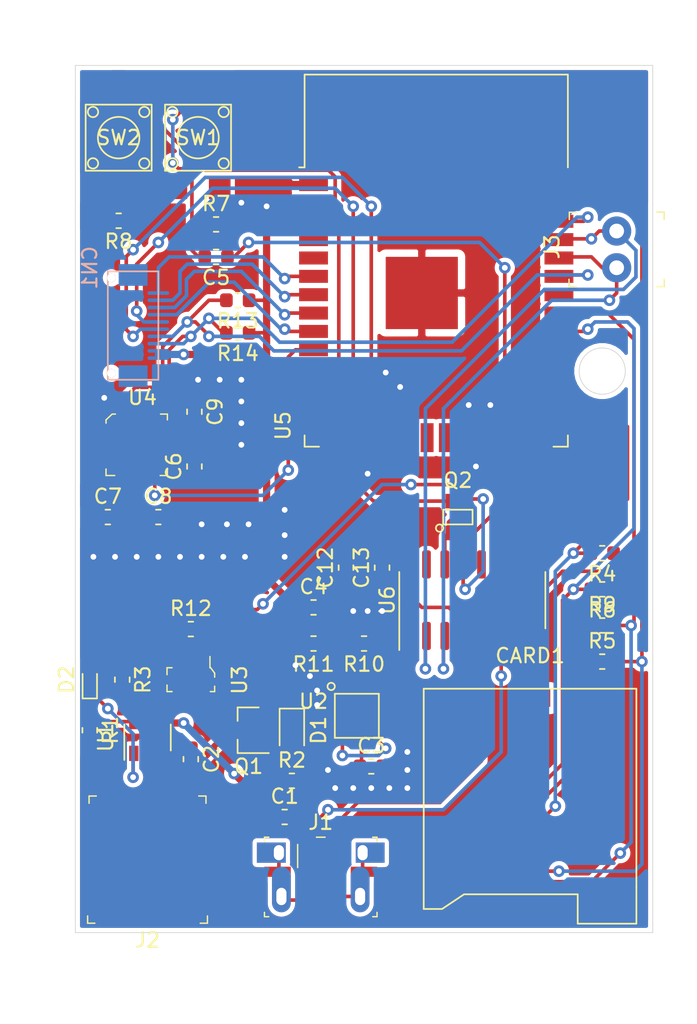
<source format=kicad_pcb>
(kicad_pcb (version 20171130) (host pcbnew "(5.1.5)-3")
  (layers (0 F.Cu signal) (31 B.Cu signal) (34 B.Paste user) (35 F.Paste user) (36 B.SilkS user) (37 F.SilkS user) (38 B.Mask user) (39 F.Mask user) (44 Edge.Cuts user))
  (net 0 "")
  (net 1 GND)
  (net 2 +5V)
  (net 3 +BATT)
  (net 4 "Net-(C3-Pad1)")
  (net 5 +3V3)
  (net 6 "Net-(C5-Pad2)")
  (net 7 0)
  (net 8 "Net-(C8-Pad1)")
  (net 9 "Net-(C9-Pad1)")
  (net 10 "Net-(CARD1-Pad1)")
  (net 11 4)
  (net 12 23)
  (net 13 18)
  (net 14 19)
  (net 15 "Net-(CARD1-Pad8)")
  (net 16 34)
  (net 17 35)
  (net 18 32)
  (net 19 GRST)
  (net 20 RX1)
  (net 21 TX1)
  (net 22 SDA)
  (net 23 SCL)
  (net 24 "Net-(CN1-Pad21)")
  (net 25 "Net-(CN1-Pad22)")
  (net 26 "Net-(D1-Pad1)")
  (net 27 "Net-(D2-Pad1)")
  (net 28 "Net-(D2-Pad2)")
  (net 29 "Net-(J1-PadSH)")
  (net 30 D-)
  (net 31 D+)
  (net 32 "Net-(J1-Pad4)")
  (net 33 RX0)
  (net 34 TX0)
  (net 35 RTS)
  (net 36 DTR)
  (net 37 EN)
  (net 38 "Net-(R1-Pad1)")
  (net 39 "Net-(R7-Pad1)")
  (net 40 "Net-(R8-Pad1)")
  (net 41 "Net-(R10-Pad2)")
  (net 42 BATTALARM)
  (net 43 "Net-(SW1-Pad1)")
  (net 44 "Net-(SW1-Pad2)")
  (net 45 "Net-(SW2-Pad2)")
  (net 46 "Net-(SW2-Pad1)")
  (net 47 "Net-(U4-Pad3)")
  (net 48 "Net-(U4-Pad4)")
  (net 49 "Net-(U4-Pad5)")
  (net 50 "Net-(U4-Pad6)")
  (net 51 "Net-(U4-Pad2)")
  (net 52 "Net-(U4-Pad16)")
  (net 53 "Net-(U4-Pad17)")
  (net 54 "Net-(U4-Pad15)")
  (net 55 "Net-(U4-Pad14)")
  (net 56 "Net-(U4-Pad9)")
  (net 57 "Net-(U4-Pad7)")
  (net 58 "Net-(U4-Pad11)")
  (net 59 ACC_INT)
  (net 60 "Net-(U4-Pad22)")
  (net 61 "Net-(U4-Pad21)")
  (net 62 "Net-(U4-Pad19)")
  (net 63 "Net-(U5-Pad4)")
  (net 64 "Net-(U5-Pad5)")
  (net 65 "Net-(U5-Pad11)")
  (net 66 "Net-(U5-Pad12)")
  (net 67 "Net-(U5-Pad13)")
  (net 68 "Net-(U5-Pad14)")
  (net 69 "Net-(U5-Pad16)")
  (net 70 "Net-(U5-Pad19)")
  (net 71 "Net-(U5-Pad20)")
  (net 72 "Net-(U5-Pad21)")
  (net 73 "Net-(U5-Pad22)")
  (net 74 "Net-(U5-Pad23)")
  (net 75 "Net-(U5-Pad27)")
  (net 76 "Net-(U5-Pad28)")
  (net 77 "Net-(U5-Pad29)")
  (net 78 "Net-(U5-Pad32)")
  (net 79 "Net-(U6-Pad7)")
  (net 80 "Net-(U6-Pad8)")
  (net 81 "Net-(U6-Pad9)")
  (net 82 "Net-(U6-Pad10)")
  (net 83 "Net-(U6-Pad11)")
  (net 84 "Net-(U6-Pad12)")
  (net 85 "Net-(U6-Pad15)")
  (module Package_SO:SOIC-16_3.9x9.9mm_P1.27mm (layer F.Cu) (at 67.5 77 90)
    (fp_text reference U6 (at 0 -5.9 90) (layer F.SilkS))
    (fp_text value CH340G)
    (pad 1 smd roundrect (at -2.475 -4.445 90) (size 1.95 0.6) (layers F.Cu F.Paste F.Mask) (net 1 GND))
    (pad 2 smd roundrect (at -2.475 -3.175 90) (size 1.95 0.6) (layers F.Cu F.Paste F.Mask) (net 34 TX0))
    (pad 3 smd roundrect (at -2.475 -1.905 90) (size 1.95 0.6) (layers F.Cu F.Paste F.Mask) (net 33 RX0))
    (pad 4 smd roundrect (at -2.475 -0.635 90) (size 1.95 0.6) (layers F.Cu F.Paste F.Mask) (net 5 +3V3))
    (pad 5 smd roundrect (at -2.475 0.635 90) (size 1.95 0.6) (layers F.Cu F.Paste F.Mask) (net 31 D+))
    (pad 6 smd roundrect (at -2.475 1.905 90) (size 1.95 0.6) (layers F.Cu F.Paste F.Mask) (net 30 D-))
    (pad 7 smd roundrect (at -2.475 3.175 90) (size 1.95 0.6) (layers F.Cu F.Paste F.Mask) (net 79 "Net-(U6-Pad7)"))
    (pad 8 smd roundrect (at -2.475 4.445 90) (size 1.95 0.6) (layers F.Cu F.Paste F.Mask) (net 80 "Net-(U6-Pad8)"))
    (pad 9 smd roundrect (at 2.475 4.445 90) (size 1.95 0.6) (layers F.Cu F.Paste F.Mask) (net 81 "Net-(U6-Pad9)"))
    (pad 10 smd roundrect (at 2.475 3.175 90) (size 1.95 0.6) (layers F.Cu F.Paste F.Mask) (net 82 "Net-(U6-Pad10)"))
    (pad 11 smd roundrect (at 2.475 1.905 90) (size 1.95 0.6) (layers F.Cu F.Paste F.Mask) (net 83 "Net-(U6-Pad11)"))
    (pad 12 smd roundrect (at 2.475 0.635 90) (size 1.95 0.6) (layers F.Cu F.Paste F.Mask) (net 84 "Net-(U6-Pad12)"))
    (pad 13 smd roundrect (at 2.475 -0.635 90) (size 1.95 0.6) (layers F.Cu F.Paste F.Mask) (net 36 DTR))
    (pad 14 smd roundrect (at 2.475 -1.905 90) (size 1.95 0.6) (layers F.Cu F.Paste F.Mask) (net 35 RTS))
    (pad 15 smd roundrect (at 2.475 -3.175 90) (size 1.95 0.6) (layers F.Cu F.Paste F.Mask) (net 85 "Net-(U6-Pad15)"))
    (pad 16 smd roundrect (at 2.475 -4.445 90) (size 1.95 0.6) (layers F.Cu F.Paste F.Mask) (net 5 +3V3))
  )
  (module Capacitor_SMD:C_0603_1608Metric (layer F.Cu) (at 54.5 92)
    (fp_text reference C1 (at 0 -1.43) (layer F.SilkS))
    (fp_text value 4.7yF)
    (pad 1 smd roundrect (at -0.7875 0) (size 0.875 0.95) (layers F.Cu F.Paste F.Mask) (net 1 GND))
    (pad 2 smd roundrect (at 0.7875 0) (size 0.875 0.95) (layers F.Cu F.Paste F.Mask) (net 2 +5V))
  )
  (module Capacitor_SMD:C_0603_1608Metric (layer F.Cu) (at 48 88 270)
    (fp_text reference C2 (at 0 -1.43 90) (layer F.SilkS))
    (fp_text value 4.7yF)
    (pad 1 smd roundrect (at -0.7875 0 270) (size 0.875 0.95) (layers F.Cu F.Paste F.Mask) (net 1 GND))
    (pad 2 smd roundrect (at 0.7875 0 270) (size 0.875 0.95) (layers F.Cu F.Paste F.Mask) (net 3 +BATT))
  )
  (module Capacitor_SMD:C_0603_1608Metric (layer F.Cu) (at 60.5 88.5)
    (fp_text reference C3 (at 0 -1.43) (layer F.SilkS))
    (fp_text value 10nF)
    (pad 2 smd roundrect (at 0.7875 0) (size 0.875 0.95) (layers F.Cu F.Paste F.Mask) (net 1 GND))
    (pad 1 smd roundrect (at -0.7875 0) (size 0.875 0.95) (layers F.Cu F.Paste F.Mask) (net 4 "Net-(C3-Pad1)"))
  )
  (module Capacitor_SMD:C_0603_1608Metric (layer F.Cu) (at 56.5 77.5)
    (fp_text reference C4 (at 0 -1.43) (layer F.SilkS))
    (fp_text value 4.7yF)
    (pad 1 smd roundrect (at -0.7875 0) (size 0.875 0.95) (layers F.Cu F.Paste F.Mask) (net 5 +3V3))
    (pad 2 smd roundrect (at 0.7875 0) (size 0.875 0.95) (layers F.Cu F.Paste F.Mask) (net 1 GND))
  )
  (module Capacitor_SMD:C_0603_1608Metric (layer F.Cu) (at 49.75 53.25 180)
    (fp_text reference C5 (at 0 -1.43) (layer F.SilkS))
    (fp_text value DNP)
    (pad 2 smd roundrect (at 0.7875 0 180) (size 0.875 0.95) (layers F.Cu F.Paste F.Mask) (net 6 "Net-(C5-Pad2)"))
    (pad 1 smd roundrect (at -0.7875 0 180) (size 0.875 0.95) (layers F.Cu F.Paste F.Mask) (net 7 0))
  )
  (module Capacitor_SMD:C_0603_1608Metric (layer F.Cu) (at 48.25 67.75 90)
    (fp_text reference C6 (at 0 -1.43 90) (layer F.SilkS))
    (fp_text value 0.1yF)
    (pad 1 smd roundrect (at -0.7875 0 90) (size 0.875 0.95) (layers F.Cu F.Paste F.Mask) (net 5 +3V3))
    (pad 2 smd roundrect (at 0.7875 0 90) (size 0.875 0.95) (layers F.Cu F.Paste F.Mask) (net 1 GND))
  )
  (module Capacitor_SMD:C_0603_1608Metric (layer F.Cu) (at 42.25 71.25)
    (fp_text reference C7 (at 0 -1.43) (layer F.SilkS))
    (fp_text value 10nF)
    (pad 2 smd roundrect (at 0.7875 0) (size 0.875 0.95) (layers F.Cu F.Paste F.Mask) (net 5 +3V3))
    (pad 1 smd roundrect (at -0.7875 0) (size 0.875 0.95) (layers F.Cu F.Paste F.Mask) (net 1 GND))
  )
  (module Capacitor_SMD:C_0603_1608Metric (layer F.Cu) (at 45.75 71.25)
    (fp_text reference C8 (at 0 -1.43) (layer F.SilkS))
    (fp_text value 0.1yF)
    (pad 2 smd roundrect (at 0.7875 0) (size 0.875 0.95) (layers F.Cu F.Paste F.Mask) (net 1 GND))
    (pad 1 smd roundrect (at -0.7875 0) (size 0.875 0.95) (layers F.Cu F.Paste F.Mask) (net 8 "Net-(C8-Pad1)"))
  )
  (module Capacitor_SMD:C_0603_1608Metric (layer F.Cu) (at 48.25 63.9625 270)
    (fp_text reference C9 (at 0 -1.43 90) (layer F.SilkS))
    (fp_text value 2.2nF)
    (pad 1 smd roundrect (at -0.7875 0 270) (size 0.875 0.95) (layers F.Cu F.Paste F.Mask) (net 9 "Net-(C9-Pad1)"))
    (pad 2 smd roundrect (at 0.7875 0 270) (size 0.875 0.95) (layers F.Cu F.Paste F.Mask) (net 1 GND))
  )
  (module Capacitor_SMD:C_0603_1608Metric (layer F.Cu) (at 58.75 74.75 90)
    (fp_text reference C12 (at 0 -1.43 90) (layer F.SilkS))
    (fp_text value 100nF)
    (pad 2 smd roundrect (at 0.7875 0 90) (size 0.875 0.95) (layers F.Cu F.Paste F.Mask) (net 1 GND))
    (pad 1 smd roundrect (at -0.7875 0 90) (size 0.875 0.95) (layers F.Cu F.Paste F.Mask) (net 5 +3V3))
  )
  (module Capacitor_SMD:C_0603_1608Metric (layer F.Cu) (at 61.25 74.75 90)
    (fp_text reference C13 (at 0 -1.43 90) (layer F.SilkS))
    (fp_text value 10yF)
    (pad 1 smd roundrect (at -0.7875 0 90) (size 0.875 0.95) (layers F.Cu F.Paste F.Mask) (net 5 +3V3))
    (pad 2 smd roundrect (at 0.7875 0 90) (size 0.875 0.95) (layers F.Cu F.Paste F.Mask) (net 1 GND))
  )
  (module unsurv_offline_footprints:TF-SMD_TF-101B (layer F.Cu) (at 71.5 91)
    (fp_text reference CARD1 (at 0 -10.16) (layer F.SilkS))
    (fp_text value TF-101B)
    (pad 1 smd rect (at 2.18 2.795) (size 0.8 1.5) (layers F.Cu F.Paste F.Mask) (net 10 "Net-(CARD1-Pad1)"))
    (pad 2 smd rect (at 1.08 2.795) (size 0.8 1.5) (layers F.Cu F.Paste F.Mask) (net 11 4))
    (pad 3 smd rect (at -0.02 2.795) (size 0.8 1.5) (layers F.Cu F.Paste F.Mask) (net 12 23))
    (pad 4 smd rect (at -1.12 2.795) (size 0.8 1.5) (layers F.Cu F.Paste F.Mask) (net 5 +3V3))
    (pad 5 smd rect (at -2.22 2.795) (size 0.8 1.5) (layers F.Cu F.Paste F.Mask) (net 13 18))
    (pad 6 smd rect (at -3.32 2.795) (size 0.8 1.5) (layers F.Cu F.Paste F.Mask) (net 1 GND))
    (pad 7 smd rect (at -4.42 2.795) (size 0.8 1.5) (layers F.Cu F.Paste F.Mask) (net 14 19))
    (pad 8 smd rect (at -5.52 2.795) (size 0.8 1.5) (layers F.Cu F.Paste F.Mask) (net 15 "Net-(CARD1-Pad8)"))
    (pad 9 smd rect (at -5.25 -7.225 180) (size 1.8 1.2) (layers F.Cu F.Paste F.Mask) (net 1 GND))
    (pad 10 smd rect (at 0.5 -7.225 180) (size 1.8 1.2) (layers F.Cu F.Paste F.Mask) (net 1 GND))
    (pad 11 smd rect (at 6.76 7.225 180) (size 1.3 1.9) (layers F.Cu F.Paste F.Mask) (net 1 GND))
    (pad 12 smd rect (at -6.76 6.205 180) (size 1.3 1.9) (layers F.Cu F.Paste F.Mask) (net 1 GND))
  )
  (module unsurv_offline_footprints:DF-12-20DP (layer B.Cu) (at 44 58 270)
    (fp_text reference CN1 (at -4 3 90) (layer B.SilkS) (effects (justify mirror)))
    (fp_text value DF12-20DP)
    (pad 1 smd oval (at -2.25 -1.75 270) (size 0.25 1.5) (layers B.Cu B.Paste B.Mask) (net 16 34))
    (pad 2 smd oval (at -1.75 -1.75 270) (size 0.25 1.5) (layers B.Cu B.Paste B.Mask) (net 17 35))
    (pad 3 smd oval (at -1.25 -1.75 270) (size 0.25 1.5) (layers B.Cu B.Paste B.Mask) (net 18 32))
    (pad 4 smd oval (at -0.75 -1.75 270) (size 0.25 1.5) (layers B.Cu B.Paste B.Mask) (net 19 GRST))
    (pad 5 smd oval (at -0.25 -1.75 270) (size 0.25 1.5) (layers B.Cu B.Paste B.Mask) (net 20 RX1))
    (pad 6 smd oval (at 0.25 -1.75 270) (size 0.25 1.5) (layers B.Cu B.Paste B.Mask) (net 21 TX1))
    (pad 7 smd oval (at 0.75 -1.75 270) (size 0.25 1.5) (layers B.Cu B.Paste B.Mask) (net 22 SDA))
    (pad 8 smd oval (at 1.25 -1.75 270) (size 0.25 1.5) (layers B.Cu B.Paste B.Mask) (net 23 SCL))
    (pad 9 smd oval (at 1.75 -1.75 270) (size 0.25 1.5) (layers B.Cu B.Paste B.Mask) (net 5 +3V3))
    (pad 10 smd oval (at 2.25 -1.75 270) (size 0.25 1.5) (layers B.Cu B.Paste B.Mask) (net 5 +3V3))
    (pad 11 smd oval (at 2.25 1.75 270) (size 0.25 1.5) (layers B.Cu B.Paste B.Mask) (net 1 GND))
    (pad 12 smd oval (at 1.75 1.75 270) (size 0.25 1.5) (layers B.Cu B.Paste B.Mask) (net 1 GND))
    (pad 13 smd oval (at 1.25 1.75 270) (size 0.25 1.5) (layers B.Cu B.Paste B.Mask) (net 1 GND))
    (pad 14 smd oval (at 0.75 1.75 270) (size 0.25 1.5) (layers B.Cu B.Paste B.Mask) (net 1 GND))
    (pad 15 smd oval (at 0.25 1.75 270) (size 0.25 1.5) (layers B.Cu B.Paste B.Mask) (net 1 GND))
    (pad 16 smd oval (at -0.25 1.75 270) (size 0.25 1.5) (layers B.Cu B.Paste B.Mask) (net 1 GND))
    (pad 17 smd oval (at -0.75 1.75 270) (size 0.25 1.5) (layers B.Cu B.Paste B.Mask) (net 1 GND))
    (pad 18 smd oval (at -1.25 1.75 270) (size 0.25 1.5) (layers B.Cu B.Paste B.Mask) (net 1 GND))
    (pad 19 smd oval (at -1.75 1.75 270) (size 0.25 1.5) (layers B.Cu B.Paste B.Mask) (net 1 GND))
    (pad 20 smd oval (at -2.25 1.75 270) (size 0.25 1.5) (layers B.Cu B.Paste B.Mask) (net 1 GND))
    (pad 21 smd rect (at -3.5 0 270) (size 1.5 2) (layers B.Cu B.Paste B.Mask) (net 24 "Net-(CN1-Pad21)"))
    (pad 22 smd rect (at 3.5 0 270) (size 1.5 2) (layers B.Cu B.Paste B.Mask) (net 25 "Net-(CN1-Pad22)"))
    (pad 23 thru_hole circle (at 3.3 1.5 270) (size 0.6 0.6) (drill 0.6) (layers *.Cu *.Mask))
    (pad 24 thru_hole circle (at -3.3 1.5 270) (size 0.6 0.6) (drill 0.6) (layers *.Cu *.Mask))
  )
  (module Diode_SMD:D_SOD-323 (layer F.Cu) (at 55 86 270)
    (fp_text reference D1 (at 0 -1.85 90) (layer F.SilkS))
    (fp_text value D_Schottky)
    (pad 1 smd rect (at -1.05 0 270) (size 0.6 0.45) (layers F.Cu F.Paste F.Mask) (net 26 "Net-(D1-Pad1)"))
    (pad 2 smd rect (at 1.05 0 270) (size 0.6 0.45) (layers F.Cu F.Paste F.Mask) (net 2 +5V))
  )
  (module digikey-footprints:LED_0603 (layer F.Cu) (at 41 82.5 90)
    (fp_text reference D2 (at 0 -1.61 90) (layer F.SilkS))
    (fp_text value LED)
    (pad 1 smd rect (at -0.75 0 90) (size 0.8 0.8) (layers F.Cu F.Paste F.Mask) (net 27 "Net-(D2-Pad1)"))
    (pad 2 smd rect (at 0.75 0 90) (size 0.8 0.8) (layers F.Cu F.Paste F.Mask) (net 28 "Net-(D2-Pad2)"))
  )
  (module digikey-footprints:USB_Micro_B_Female_10103594-0001LF (layer F.Cu) (at 57 97.5)
    (fp_text reference J1 (at 0 -5.13) (layer F.SilkS))
    (fp_text value 10103594-0001LF)
    (pad SH smd rect (at 1 0.25) (size 1.425 2.5) (layers F.Cu F.Paste F.Mask) (net 29 "Net-(J1-PadSH)"))
    (pad SH smd rect (at -2.99 -1.71) (size 1.825 0.7) (layers F.Cu F.Paste F.Mask) (net 29 "Net-(J1-PadSH)"))
    (pad SH thru_hole oval (at -2.725 0) (size 1.3 3.15) (drill oval 0.7 1.2 (offset 0 -0.48)) (layers *.Cu *.Mask) (net 29 "Net-(J1-PadSH)"))
    (pad SH thru_hole rect (at -2.9 -3.03) (size 2 1.4) (drill oval 0.7 1.05 (offset -0.525 0)) (layers *.Cu *.Mask) (net 29 "Net-(J1-PadSH)"))
    (pad 1 smd rect (at -1.3 -2.825) (size 0.4 1.75) (layers F.Cu F.Paste F.Mask) (net 2 +5V))
    (pad SH thru_hole rect (at 2.9 -3.03) (size 2 1.4) (drill oval 0.7 1.05 (offset 0.525 0)) (layers *.Cu *.Mask) (net 29 "Net-(J1-PadSH)"))
    (pad 2 smd rect (at -0.65 -2.825) (size 0.4 1.75) (layers F.Cu F.Paste F.Mask) (net 30 D-))
    (pad 3 smd rect (at 0 -2.825) (size 0.4 1.75) (layers F.Cu F.Paste F.Mask) (net 31 D+))
    (pad 4 smd rect (at 0.65 -2.825) (size 0.4 1.75) (layers F.Cu F.Paste F.Mask) (net 32 "Net-(J1-Pad4)"))
    (pad 5 smd rect (at 1.3 -2.825) (size 0.4 1.75) (layers F.Cu F.Paste F.Mask) (net 1 GND))
    (pad SH thru_hole oval (at 2.725 0) (size 1.3 3.15) (drill oval 0.7 1.2 (offset 0 -0.48)) (layers *.Cu *.Mask) (net 29 "Net-(J1-PadSH)"))
    (pad SH smd rect (at 2.99 -1.71) (size 1.825 0.7) (layers F.Cu F.Paste F.Mask) (net 29 "Net-(J1-PadSH)"))
    (pad SH smd rect (at -1 0.25) (size 1.425 2.5) (layers F.Cu F.Paste F.Mask) (net 29 "Net-(J1-PadSH)"))
  )
  (module digikey-footprints:PinHeader_1x2_P2.54mm_Drill1.02mm (layer F.Cu) (at 77.5 54 90)
    (fp_text reference J3 (at 1.45 -4.48 90) (layer F.SilkS))
    (fp_text value TXRX)
    (pad 1 thru_hole circle (at 0 0 90) (size 2.02 2.02) (drill 1.02) (layers *.Cu *.Mask) (net 33 RX0))
    (pad 2 thru_hole circle (at 2.54 0 90) (size 2.02 2.02) (drill 1.02) (layers *.Cu *.Mask) (net 34 TX0))
  )
  (module digikey-footprints:PinHeader_2x1mm_P2mm_SMD_RA (layer F.Cu) (at 45 92 180)
    (fp_text reference J2 (at 0 -8.52) (layer F.SilkS))
    (fp_text value S2B-PH-SM4-TB_LF__SN_)
    (pad 1 smd rect (at -1 0 180) (size 1 3.5) (layers F.Cu F.Paste F.Mask) (net 3 +BATT))
    (pad 2 smd rect (at 1 0 180) (size 1 3.5) (layers F.Cu F.Paste F.Mask) (net 1 GND))
    (pad "" smd rect (at -3.35 -5.55 180) (size 1.5 3.4) (layers F.Cu F.Paste F.Mask))
    (pad "" smd rect (at 3.35 -5.55 180) (size 1.5 3.4) (layers F.Cu F.Paste F.Mask))
  )
  (module Package_TO_SOT_SMD:SOT-23 (layer F.Cu) (at 52 86 180)
    (fp_text reference Q1 (at 0 -2.5) (layer F.SilkS))
    (fp_text value VP0610T)
    (pad 1 smd rect (at -1 -0.95 180) (size 0.9 0.8) (layers F.Cu F.Paste F.Mask) (net 2 +5V))
    (pad 2 smd rect (at -1 0.95 180) (size 0.9 0.8) (layers F.Cu F.Paste F.Mask) (net 26 "Net-(D1-Pad1)"))
    (pad 3 smd rect (at 1 0 180) (size 0.9 0.8) (layers F.Cu F.Paste F.Mask) (net 3 +BATT))
  )
  (module unsurv_offline_footprints:UMH3N (layer F.Cu) (at 66.5 71.25)
    (fp_text reference Q2 (at 0 -2.54) (layer F.SilkS))
    (fp_text value UMH3N)
    (pad 1 smd rect (at -0.65 1.105 180) (size 0.42 1) (layers F.Cu F.Paste F.Mask) (net 35 RTS))
    (pad 2 smd rect (at 0 1.105 180) (size 0.42 1) (layers F.Cu F.Paste F.Mask) (net 36 DTR))
    (pad 3 smd rect (at 0.65 1.105 180) (size 0.42 1) (layers F.Cu F.Paste F.Mask) (net 7 0))
    (pad 4 smd rect (at 0.65 -1.105 180) (size 0.42 1) (layers F.Cu F.Paste F.Mask) (net 36 DTR))
    (pad 5 smd rect (at 0 -1.105 180) (size 0.42 1) (layers F.Cu F.Paste F.Mask) (net 35 RTS))
    (pad 6 smd rect (at -0.65 -1.105 180) (size 0.42 1) (layers F.Cu F.Paste F.Mask) (net 37 EN))
  )
  (module Resistor_SMD:R_0603_1608Metric (layer F.Cu) (at 41 86 270)
    (fp_text reference R1 (at 0 -1.43 90) (layer F.SilkS))
    (fp_text value 2k)
    (pad 2 smd roundrect (at 0.7875 0 270) (size 0.875 0.95) (layers F.Cu F.Paste F.Mask) (net 1 GND))
    (pad 1 smd roundrect (at -0.7875 0 270) (size 0.875 0.95) (layers F.Cu F.Paste F.Mask) (net 38 "Net-(R1-Pad1)"))
  )
  (module Resistor_SMD:R_0603_1608Metric (layer F.Cu) (at 55 89.5)
    (fp_text reference R2 (at 0 -1.43) (layer F.SilkS))
    (fp_text value 100k)
    (pad 1 smd roundrect (at -0.7875 0) (size 0.875 0.95) (layers F.Cu F.Paste F.Mask) (net 2 +5V))
    (pad 2 smd roundrect (at 0.7875 0) (size 0.875 0.95) (layers F.Cu F.Paste F.Mask) (net 1 GND))
  )
  (module Resistor_SMD:R_0603_1608Metric (layer F.Cu) (at 43.25 82.5 270)
    (fp_text reference R3 (at 0 -1.43 90) (layer F.SilkS))
    (fp_text value 1k)
    (pad 1 smd roundrect (at -0.7875 0 270) (size 0.875 0.95) (layers F.Cu F.Paste F.Mask) (net 28 "Net-(D2-Pad2)"))
    (pad 2 smd roundrect (at 0.7875 0 270) (size 0.875 0.95) (layers F.Cu F.Paste F.Mask) (net 2 +5V))
  )
  (module Resistor_SMD:R_0603_1608Metric (layer F.Cu) (at 76.5 73.75 180)
    (fp_text reference R4 (at 0 -1.43) (layer F.SilkS))
    (fp_text value 10k)
    (pad 1 smd roundrect (at -0.7875 0 180) (size 0.875 0.95) (layers F.Cu F.Paste F.Mask) (net 5 +3V3))
    (pad 2 smd roundrect (at 0.7875 0 180) (size 0.875 0.95) (layers F.Cu F.Paste F.Mask) (net 11 4))
  )
  (module Resistor_SMD:R_0603_1608Metric (layer F.Cu) (at 76.5 81.25)
    (fp_text reference R5 (at 0 -1.43) (layer F.SilkS))
    (fp_text value 10k)
    (pad 2 smd roundrect (at 0.7875 0) (size 0.875 0.95) (layers F.Cu F.Paste F.Mask) (net 12 23))
    (pad 1 smd roundrect (at -0.7875 0) (size 0.875 0.95) (layers F.Cu F.Paste F.Mask) (net 5 +3V3))
  )
  (module Resistor_SMD:R_0603_1608Metric (layer F.Cu) (at 76.5 76.25 180)
    (fp_text reference R6 (at 0 -1.43) (layer F.SilkS))
    (fp_text value 10k)
    (pad 1 smd roundrect (at -0.7875 0 180) (size 0.875 0.95) (layers F.Cu F.Paste F.Mask) (net 5 +3V3))
    (pad 2 smd roundrect (at 0.7875 0 180) (size 0.875 0.95) (layers F.Cu F.Paste F.Mask) (net 13 18))
  )
  (module Resistor_SMD:R_0603_1608Metric (layer F.Cu) (at 49.75 51)
    (fp_text reference R7 (at 0 -1.43) (layer F.SilkS))
    (fp_text value 10k)
    (pad 2 smd roundrect (at 0.7875 0) (size 0.875 0.95) (layers F.Cu F.Paste F.Mask) (net 5 +3V3))
    (pad 1 smd roundrect (at -0.7875 0) (size 0.875 0.95) (layers F.Cu F.Paste F.Mask) (net 39 "Net-(R7-Pad1)"))
  )
  (module Resistor_SMD:R_0603_1608Metric (layer F.Cu) (at 43 50.75 180)
    (fp_text reference R8 (at 0 -1.43) (layer F.SilkS))
    (fp_text value 10k)
    (pad 1 smd roundrect (at -0.7875 0 180) (size 0.875 0.95) (layers F.Cu F.Paste F.Mask) (net 40 "Net-(R8-Pad1)"))
    (pad 2 smd roundrect (at 0.7875 0 180) (size 0.875 0.95) (layers F.Cu F.Paste F.Mask) (net 5 +3V3))
  )
  (module Resistor_SMD:R_0603_1608Metric (layer F.Cu) (at 76.5 78.75)
    (fp_text reference R9 (at 0 -1.43) (layer F.SilkS))
    (fp_text value 10k)
    (pad 2 smd roundrect (at 0.7875 0) (size 0.875 0.95) (layers F.Cu F.Paste F.Mask) (net 14 19))
    (pad 1 smd roundrect (at -0.7875 0) (size 0.875 0.95) (layers F.Cu F.Paste F.Mask) (net 5 +3V3))
  )
  (module Resistor_SMD:R_0603_1608Metric (layer F.Cu) (at 60 80 180)
    (fp_text reference R10 (at 0 -1.43) (layer F.SilkS))
    (fp_text value 10k)
    (pad 2 smd roundrect (at 0.7875 0 180) (size 0.875 0.95) (layers F.Cu F.Paste F.Mask) (net 41 "Net-(R10-Pad2)"))
    (pad 1 smd roundrect (at -0.7875 0 180) (size 0.875 0.95) (layers F.Cu F.Paste F.Mask) (net 1 GND))
  )
  (module Resistor_SMD:R_0603_1608Metric (layer F.Cu) (at 56.5 80 180)
    (fp_text reference R11 (at 0 -1.43) (layer F.SilkS))
    (fp_text value 30.9k)
    (pad 1 smd roundrect (at -0.7875 0 180) (size 0.875 0.95) (layers F.Cu F.Paste F.Mask) (net 41 "Net-(R10-Pad2)"))
    (pad 2 smd roundrect (at 0.7875 0 180) (size 0.875 0.95) (layers F.Cu F.Paste F.Mask) (net 5 +3V3))
  )
  (module Resistor_SMD:R_0603_1608Metric (layer F.Cu) (at 48 79)
    (fp_text reference R12 (at 0 -1.43) (layer F.SilkS))
    (fp_text value 100k)
    (pad 2 smd roundrect (at 0.7875 0) (size 0.875 0.95) (layers F.Cu F.Paste F.Mask) (net 5 +3V3))
    (pad 1 smd roundrect (at -0.7875 0) (size 0.875 0.95) (layers F.Cu F.Paste F.Mask) (net 42 BATTALARM))
  )
  (module Resistor_SMD:R_0603_1608Metric (layer F.Cu) (at 51.25 56.25 180)
    (fp_text reference R13 (at 0 -1.43) (layer F.SilkS))
    (fp_text value 4.7k)
    (pad 1 smd roundrect (at -0.7875 0 180) (size 0.875 0.95) (layers F.Cu F.Paste F.Mask) (net 5 +3V3))
    (pad 2 smd roundrect (at 0.7875 0 180) (size 0.875 0.95) (layers F.Cu F.Paste F.Mask) (net 22 SDA))
  )
  (module Resistor_SMD:R_0603_1608Metric (layer F.Cu) (at 51.25 58.5 180)
    (fp_text reference R14 (at 0 -1.43) (layer F.SilkS))
    (fp_text value 4.7k)
    (pad 2 smd roundrect (at 0.7875 0 180) (size 0.875 0.95) (layers F.Cu F.Paste F.Mask) (net 23 SCL))
    (pad 1 smd roundrect (at -0.7875 0 180) (size 0.875 0.95) (layers F.Cu F.Paste F.Mask) (net 5 +3V3))
  )
  (module "unsurv_offline_footprints:2x2 Switch" (layer F.Cu) (at 48.5 45 180)
    (fp_text reference SW1 (at 0 0) (layer F.SilkS))
    (fp_text value SW_Push_Open_Dual)
    (pad 1 smd rect (at 1.5 -3.5 180) (size 1.5 1.5) (layers F.Cu F.Paste F.Mask) (net 43 "Net-(SW1-Pad1)"))
    (pad 2 smd rect (at 1.5 3.5 180) (size 1.5 1.5) (layers F.Cu F.Paste F.Mask) (net 44 "Net-(SW1-Pad2)"))
    (pad 3 smd rect (at -1.5 -3.5 180) (size 1.5 1.5) (layers F.Cu F.Paste F.Mask) (net 39 "Net-(R7-Pad1)"))
    (pad 4 smd rect (at -1.5 3.5 180) (size 1.5 1.5) (layers F.Cu F.Paste F.Mask) (net 6 "Net-(C5-Pad2)"))
  )
  (module "unsurv_offline_footprints:2x2 Switch" (layer F.Cu) (at 43 45 180)
    (fp_text reference SW2 (at 0 0) (layer F.SilkS))
    (fp_text value SW_Push_Open_Dual)
    (pad 4 smd rect (at -1.5 3.5 180) (size 1.5 1.5) (layers F.Cu F.Paste F.Mask) (net 37 EN))
    (pad 3 smd rect (at -1.5 -3.5 180) (size 1.5 1.5) (layers F.Cu F.Paste F.Mask) (net 40 "Net-(R8-Pad1)"))
    (pad 2 smd rect (at 1.5 3.5 180) (size 1.5 1.5) (layers F.Cu F.Paste F.Mask) (net 45 "Net-(SW2-Pad2)"))
    (pad 1 smd rect (at 1.5 -3.5 180) (size 1.5 1.5) (layers F.Cu F.Paste F.Mask) (net 46 "Net-(SW2-Pad1)"))
  )
  (module Package_TO_SOT_SMD:SOT-23-5 (layer F.Cu) (at 45 86.5 90)
    (fp_text reference U1 (at 0 -2.9 90) (layer F.SilkS))
    (fp_text value MCP73831-2-OT)
    (pad 1 smd rect (at -1.1 -0.95 90) (size 1.06 0.65) (layers F.Cu F.Paste F.Mask) (net 27 "Net-(D2-Pad1)"))
    (pad 2 smd rect (at -1.1 0 90) (size 1.06 0.65) (layers F.Cu F.Paste F.Mask) (net 1 GND))
    (pad 3 smd rect (at -1.1 0.95 90) (size 1.06 0.65) (layers F.Cu F.Paste F.Mask) (net 3 +BATT))
    (pad 4 smd rect (at 1.1 0.95 90) (size 1.06 0.65) (layers F.Cu F.Paste F.Mask) (net 2 +5V))
    (pad 5 smd rect (at 1.1 -0.95 90) (size 1.06 0.65) (layers F.Cu F.Paste F.Mask) (net 38 "Net-(R1-Pad1)"))
  )
  (module unsurv_offline_footprints:NCP59800 (layer F.Cu) (at 59.5 85)
    (fp_text reference U2 (at -3 -1) (layer F.SilkS))
    (fp_text value NCP59800)
    (pad 1 smd rect (at -0.975 -1.335) (size 0.4 0.63) (layers F.Cu F.Paste F.Mask) (net 5 +3V3))
    (pad 2 smd rect (at -0.325 -1.335) (size 0.4 0.63) (layers F.Cu F.Paste F.Mask) (net 5 +3V3))
    (pad 3 smd rect (at 0.325 -1.335) (size 0.4 0.63) (layers F.Cu F.Paste F.Mask) (net 41 "Net-(R10-Pad2)"))
    (pad 4 smd rect (at 0.975 -1.335) (size 0.4 0.63) (layers F.Cu F.Paste F.Mask) (net 1 GND))
    (pad 5 smd rect (at 0.975 1.335) (size 0.4 0.63) (layers F.Cu F.Paste F.Mask) (net 26 "Net-(D1-Pad1)"))
    (pad 6 smd rect (at 0.325 1.335) (size 0.4 0.63) (layers F.Cu F.Paste F.Mask) (net 4 "Net-(C3-Pad1)"))
    (pad 7 smd rect (at -0.325 1.335) (size 0.4 0.63) (layers F.Cu F.Paste F.Mask) (net 26 "Net-(D1-Pad1)"))
    (pad 8 smd rect (at -0.975 1.335) (size 0.4 0.63) (layers F.Cu F.Paste F.Mask) (net 26 "Net-(D1-Pad1)"))
    (pad 9 smd custom (at 0 0) (size 0.4 0.63) (layers F.Cu F.Paste F.Mask) (net 1 GND) (options (clearance outline) (anchor rect)) (primitives (gr_poly (pts (xy -1.025 -0.82) (xy 1.025 -0.82) (xy 1.025 -0.5) (xy 1.65 -0.5) (xy 1.65 -0.15) (xy 1.025 -0.15) (xy 1.025 0.15) (xy 1.65 0.15) (xy 1.65 0.5) (xy 1.025 0.5) (xy 1.025 0.82) (xy -1.025 0.82) (xy -1.025 0.5) (xy -1.65 0.5) (xy -1.65 0.15) (xy -1.025 0.15) (xy -1.025 -0.15) (xy -1.65 -0.15) (xy -1.65 -0.5) (xy -1.025 -0.5)) (width 0))))
  )
  (module digikey-footprints:SOT-23-3 (layer F.Cu) (at 48 82.5 270)
    (fp_text reference U3 (at 0.025 -3.375 90) (layer F.SilkS))
    (fp_text value APX803L20)
    (pad 3 smd rect (at 1.05 0 270) (size 1.3 0.6) (layers F.Cu F.Paste F.Mask) (net 3 +BATT))
    (pad 2 smd rect (at -1.05 0.95 270) (size 1.3 0.6) (layers F.Cu F.Paste F.Mask) (net 42 BATTALARM))
    (pad 1 smd rect (at -1.05 -0.95 270) (size 1.3 0.6) (layers F.Cu F.Paste F.Mask) (net 1 GND))
  )
  (module digikey-footprints:QFN-24-1EP_4x4mm (layer F.Cu) (at 44.25 66.25)
    (fp_text reference U4 (at 0.4 -3.275) (layer F.SilkS))
    (fp_text value MPU-6050_NRND)
    (pad 3 smd rect (at -2 -0.25) (size 0.8 0.35) (layers F.Cu F.Paste F.Mask) (net 47 "Net-(U4-Pad3)"))
    (pad 4 smd rect (at -2 0.25) (size 0.8 0.35) (layers F.Cu F.Paste F.Mask) (net 48 "Net-(U4-Pad4)"))
    (pad 5 smd rect (at -2 0.75) (size 0.8 0.35) (layers F.Cu F.Paste F.Mask) (net 49 "Net-(U4-Pad5)"))
    (pad 6 smd rect (at -2 1.25) (size 0.8 0.35) (layers F.Cu F.Paste F.Mask) (net 50 "Net-(U4-Pad6)"))
    (pad 2 smd rect (at -2 -0.75) (size 0.8 0.35) (layers F.Cu F.Paste F.Mask) (net 51 "Net-(U4-Pad2)"))
    (pad 1 smd rect (at -2 -1.25) (size 0.8 0.35) (layers F.Cu F.Paste F.Mask) (net 1 GND))
    (pad 16 smd rect (at 2 -0.25) (size 0.8 0.35) (layers F.Cu F.Paste F.Mask) (net 52 "Net-(U4-Pad16)"))
    (pad 17 smd rect (at 2 -0.75) (size 0.8 0.35) (layers F.Cu F.Paste F.Mask) (net 53 "Net-(U4-Pad17)"))
    (pad 18 smd rect (at 2 -1.25) (size 0.8 0.35) (layers F.Cu F.Paste F.Mask) (net 1 GND))
    (pad 15 smd rect (at 2 0.25) (size 0.8 0.35) (layers F.Cu F.Paste F.Mask) (net 54 "Net-(U4-Pad15)"))
    (pad 14 smd rect (at 2 0.75) (size 0.8 0.35) (layers F.Cu F.Paste F.Mask) (net 55 "Net-(U4-Pad14)"))
    (pad 13 smd rect (at 2 1.25) (size 0.8 0.35) (layers F.Cu F.Paste F.Mask) (net 5 +3V3))
    (pad 9 smd rect (at -0.25 2) (size 0.35 0.85) (layers F.Cu F.Paste F.Mask) (net 56 "Net-(U4-Pad9)"))
    (pad 8 smd rect (at -0.75 2) (size 0.35 0.85) (layers F.Cu F.Paste F.Mask) (net 5 +3V3))
    (pad 7 smd rect (at -1.25 2) (size 0.35 0.85) (layers F.Cu F.Paste F.Mask) (net 57 "Net-(U4-Pad7)"))
    (pad 10 smd rect (at 0.25 2) (size 0.35 0.85) (layers F.Cu F.Paste F.Mask) (net 8 "Net-(C8-Pad1)"))
    (pad 11 smd rect (at 0.75 2) (size 0.35 0.85) (layers F.Cu F.Paste F.Mask) (net 58 "Net-(U4-Pad11)"))
    (pad 12 smd rect (at 1.25 2) (size 0.35 0.85) (layers F.Cu F.Paste F.Mask) (net 59 ACC_INT))
    (pad 22 smd rect (at -0.25 -2) (size 0.35 0.85) (layers F.Cu F.Paste F.Mask) (net 60 "Net-(U4-Pad22)"))
    (pad 21 smd rect (at 0.25 -2) (size 0.35 0.85) (layers F.Cu F.Paste F.Mask) (net 61 "Net-(U4-Pad21)"))
    (pad 20 smd rect (at 0.75 -2) (size 0.35 0.85) (layers F.Cu F.Paste F.Mask) (net 9 "Net-(C9-Pad1)"))
    (pad 19 smd rect (at 1.25 -2) (size 0.35 0.85) (layers F.Cu F.Paste F.Mask) (net 62 "Net-(U4-Pad19)"))
    (pad 23 smd rect (at -0.75 -2) (size 0.35 0.85) (layers F.Cu F.Paste F.Mask) (net 23 SCL))
    (pad 24 smd rect (at -1.25 -2) (size 0.35 0.85) (layers F.Cu F.Paste F.Mask) (net 22 SDA))
  )
  (module RF_Module:ESP32-WROOM-32 (layer F.Cu) (at 65 56.5)
    (fp_text reference U5 (at -10.61 8.43 90) (layer F.SilkS))
    (fp_text value ESP32-WROOM-32)
    (pad 39 smd rect (at -1 -0.755) (size 5 5) (layers F.Cu F.Paste F.Mask) (net 1 GND))
    (pad 1 smd rect (at -8.5 -8.255) (size 2 0.9) (layers F.Cu F.Paste F.Mask) (net 1 GND))
    (pad 2 smd rect (at -8.5 -6.985) (size 2 0.9) (layers F.Cu F.Paste F.Mask) (net 5 +3V3))
    (pad 3 smd rect (at -8.5 -5.715) (size 2 0.9) (layers F.Cu F.Paste F.Mask) (net 37 EN))
    (pad 4 smd rect (at -8.5 -4.445) (size 2 0.9) (layers F.Cu F.Paste F.Mask) (net 63 "Net-(U5-Pad4)"))
    (pad 5 smd rect (at -8.5 -3.175) (size 2 0.9) (layers F.Cu F.Paste F.Mask) (net 64 "Net-(U5-Pad5)"))
    (pad 6 smd rect (at -8.5 -1.905) (size 2 0.9) (layers F.Cu F.Paste F.Mask) (net 16 34))
    (pad 7 smd rect (at -8.5 -0.635) (size 2 0.9) (layers F.Cu F.Paste F.Mask) (net 17 35))
    (pad 8 smd rect (at -8.5 0.635) (size 2 0.9) (layers F.Cu F.Paste F.Mask) (net 18 32))
    (pad 9 smd rect (at -8.5 1.905) (size 2 0.9) (layers F.Cu F.Paste F.Mask) (net 19 GRST))
    (pad 10 smd rect (at -8.5 3.175) (size 2 0.9) (layers F.Cu F.Paste F.Mask) (net 59 ACC_INT))
    (pad 11 smd rect (at -8.5 4.445) (size 2 0.9) (layers F.Cu F.Paste F.Mask) (net 65 "Net-(U5-Pad11)"))
    (pad 12 smd rect (at -8.5 5.715) (size 2 0.9) (layers F.Cu F.Paste F.Mask) (net 66 "Net-(U5-Pad12)"))
    (pad 13 smd rect (at -8.5 6.985) (size 2 0.9) (layers F.Cu F.Paste F.Mask) (net 67 "Net-(U5-Pad13)"))
    (pad 14 smd rect (at -8.5 8.255) (size 2 0.9) (layers F.Cu F.Paste F.Mask) (net 68 "Net-(U5-Pad14)"))
    (pad 15 smd rect (at -5.715 9.255 90) (size 2 0.9) (layers F.Cu F.Paste F.Mask) (net 1 GND))
    (pad 16 smd rect (at -4.445 9.255 90) (size 2 0.9) (layers F.Cu F.Paste F.Mask) (net 69 "Net-(U5-Pad16)"))
    (pad 17 smd rect (at -3.175 9.255 90) (size 2 0.9) (layers F.Cu F.Paste F.Mask) (net 20 RX1))
    (pad 18 smd rect (at -1.905 9.255 90) (size 2 0.9) (layers F.Cu F.Paste F.Mask) (net 21 TX1))
    (pad 19 smd rect (at -0.635 9.255 90) (size 2 0.9) (layers F.Cu F.Paste F.Mask) (net 70 "Net-(U5-Pad19)"))
    (pad 20 smd rect (at 0.635 9.255 90) (size 2 0.9) (layers F.Cu F.Paste F.Mask) (net 71 "Net-(U5-Pad20)"))
    (pad 21 smd rect (at 1.905 9.255 90) (size 2 0.9) (layers F.Cu F.Paste F.Mask) (net 72 "Net-(U5-Pad21)"))
    (pad 22 smd rect (at 3.175 9.255 90) (size 2 0.9) (layers F.Cu F.Paste F.Mask) (net 73 "Net-(U5-Pad22)"))
    (pad 23 smd rect (at 4.445 9.255 90) (size 2 0.9) (layers F.Cu F.Paste F.Mask) (net 74 "Net-(U5-Pad23)"))
    (pad 24 smd rect (at 5.715 9.255 90) (size 2 0.9) (layers F.Cu F.Paste F.Mask) (net 42 BATTALARM))
    (pad 25 smd rect (at 8.5 8.255) (size 2 0.9) (layers F.Cu F.Paste F.Mask) (net 7 0))
    (pad 26 smd rect (at 8.5 6.985) (size 2 0.9) (layers F.Cu F.Paste F.Mask) (net 11 4))
    (pad 27 smd rect (at 8.5 5.715) (size 2 0.9) (layers F.Cu F.Paste F.Mask) (net 75 "Net-(U5-Pad27)"))
    (pad 28 smd rect (at 8.5 4.445) (size 2 0.9) (layers F.Cu F.Paste F.Mask) (net 76 "Net-(U5-Pad28)"))
    (pad 29 smd rect (at 8.5 3.175) (size 2 0.9) (layers F.Cu F.Paste F.Mask) (net 77 "Net-(U5-Pad29)"))
    (pad 30 smd rect (at 8.5 1.905) (size 2 0.9) (layers F.Cu F.Paste F.Mask) (net 13 18))
    (pad 31 smd rect (at 8.5 0.635) (size 2 0.9) (layers F.Cu F.Paste F.Mask) (net 14 19))
    (pad 32 smd rect (at 8.5 -0.635) (size 2 0.9) (layers F.Cu F.Paste F.Mask) (net 78 "Net-(U5-Pad32)"))
    (pad 33 smd rect (at 8.5 -1.905) (size 2 0.9) (layers F.Cu F.Paste F.Mask) (net 22 SDA))
    (pad 34 smd rect (at 8.5 -3.175) (size 2 0.9) (layers F.Cu F.Paste F.Mask) (net 33 RX0))
    (pad 35 smd rect (at 8.5 -4.445) (size 2 0.9) (layers F.Cu F.Paste F.Mask) (net 34 TX0))
    (pad 36 smd rect (at 8.5 -5.715) (size 2 0.9) (layers F.Cu F.Paste F.Mask) (net 23 SCL))
    (pad 37 smd rect (at 8.5 -6.985) (size 2 0.9) (layers F.Cu F.Paste F.Mask) (net 12 23))
    (pad 38 smd rect (at 8.5 -8.255) (size 2 0.9) (layers F.Cu F.Paste F.Mask) (net 1 GND))
  )
  (gr_circle (center 76.5 61.15) (end 78.1 61.15) (layer Edge.Cuts) (width 0.05))
  (gr_line (start 80 40) (end 40 40) (layer Edge.Cuts) (width 0.05))
  (gr_line (start 80 100) (end 80 40) (layer Edge.Cuts) (width 0.05))
  (gr_line (start 40 100) (end 80 100) (layer Edge.Cuts) (width 0.05))
  (gr_line (start 40 40) (end 40 100) (layer Edge.Cuts) (width 0.05))
  (via (at 59.25 77.75) (size 0.8) (drill 0.4) (layers F.Cu B.Cu) (net 1))
  (via (at 60.25 77.75) (size 0.8) (drill 0.4) (layers F.Cu B.Cu) (net 1))
  (via (at 61.25 77.75) (size 0.8) (drill 0.4) (layers F.Cu B.Cu) (net 1))
  (via (at 54.5 74) (size 0.8) (drill 0.4) (layers F.Cu B.Cu) (net 1))
  (via (at 54.5 72.5) (size 0.8) (drill 0.4) (layers F.Cu B.Cu) (net 1))
  (via (at 54.5 70.75) (size 0.8) (drill 0.4) (layers F.Cu B.Cu) (net 1))
  (via (at 60.25 68.25) (size 0.8) (drill 0.4) (layers F.Cu B.Cu) (net 1))
  (via (at 67.75 67.75) (size 0.8) (drill 0.4) (layers F.Cu B.Cu) (net 1))
  (via (at 61.5 61.25) (size 0.8) (drill 0.4) (layers F.Cu B.Cu) (net 1))
  (via (at 62.5 62.25) (size 0.8) (drill 0.4) (layers F.Cu B.Cu) (net 1))
  (via (at 67.25 63.5) (size 0.8) (drill 0.4) (layers F.Cu B.Cu) (net 1))
  (via (at 68.75 63.5) (size 0.8) (drill 0.4) (layers F.Cu B.Cu) (net 1))
  (via (at 53.25 49.75) (size 0.8) (drill 0.4) (layers F.Cu B.Cu) (net 1))
  (via (at 51.5 49.5) (size 0.8) (drill 0.4) (layers F.Cu B.Cu) (net 1))
  (via (at 58 90) (size 0.8) (drill 0.4) (layers F.Cu B.Cu) (net 1))
  (via (at 59.25 90) (size 0.8) (drill 0.4) (layers F.Cu B.Cu) (net 1))
  (via (at 60.5 90) (size 0.8) (drill 0.4) (layers F.Cu B.Cu) (net 1))
  (via (at 61.75 90) (size 0.8) (drill 0.4) (layers F.Cu B.Cu) (net 1))
  (via (at 63 90) (size 0.8) (drill 0.4) (layers F.Cu B.Cu) (net 1))
  (via (at 63 88.75) (size 0.8) (drill 0.4) (layers F.Cu B.Cu) (net 1))
  (via (at 63 87.5) (size 0.8) (drill 0.4) (layers F.Cu B.Cu) (net 1))
  (via (at 57.5 88.75) (size 0.8) (drill 0.4) (layers F.Cu B.Cu) (net 1))
  (via (at 56.75 84.25) (size 0.8) (drill 0.4) (layers F.Cu B.Cu) (net 1))
  (via (at 56.75 83.25) (size 0.8) (drill 0.4) (layers F.Cu B.Cu) (net 1))
  (via (at 56.25 82.25) (size 0.8) (drill 0.4) (layers F.Cu B.Cu) (net 1))
  (via (at 55.25 81.5) (size 0.8) (drill 0.4) (layers F.Cu B.Cu) (net 1))
  (via (at 48.5 61.75) (size 0.8) (drill 0.4) (layers F.Cu B.Cu) (net 1))
  (via (at 50 61.75) (size 0.8) (drill 0.4) (layers F.Cu B.Cu) (net 1))
  (via (at 51.5 61.75) (size 0.8) (drill 0.4) (layers F.Cu B.Cu) (net 1))
  (via (at 51.5 63.25) (size 0.8) (drill 0.4) (layers F.Cu B.Cu) (net 1))
  (via (at 51.5 64.75) (size 0.8) (drill 0.4) (layers F.Cu B.Cu) (net 1))
  (via (at 51.5 66.25) (size 0.8) (drill 0.4) (layers F.Cu B.Cu) (net 1))
  (via (at 51.75 74) (size 0.8) (drill 0.4) (layers F.Cu B.Cu) (net 1))
  (via (at 50.25 74) (size 0.8) (drill 0.4) (layers F.Cu B.Cu) (net 1))
  (via (at 48.75 74) (size 0.8) (drill 0.4) (layers F.Cu B.Cu) (net 1))
  (via (at 47.25 74) (size 0.8) (drill 0.4) (layers F.Cu B.Cu) (net 1))
  (via (at 45.75 74) (size 0.8) (drill 0.4) (layers F.Cu B.Cu) (net 1))
  (via (at 44.25 74) (size 0.8) (drill 0.4) (layers F.Cu B.Cu) (net 1))
  (via (at 42.75 74) (size 0.8) (drill 0.4) (layers F.Cu B.Cu) (net 1))
  (via (at 41.25 74) (size 0.8) (drill 0.4) (layers F.Cu B.Cu) (net 1))
  (segment (start 46.5 64.75) (end 46.25 65) (width 0.25) (layer F.Cu) (net 1))
  (segment (start 48.25 64.75) (end 46.5 64.75) (width 0.25) (layer F.Cu) (net 1))
  (via (at 42 63) (size 0.8) (drill 0.4) (layers F.Cu B.Cu) (net 1))
  (segment (start 42.25 63.25) (end 42 63) (width 0.25) (layer F.Cu) (net 1))
  (segment (start 42.25 65) (end 42.25 63.25) (width 0.25) (layer F.Cu) (net 1))
  (via (at 52 71.75) (size 0.8) (drill 0.4) (layers F.Cu B.Cu) (net 1))
  (via (at 50.5 71.75) (size 0.8) (drill 0.4) (layers F.Cu B.Cu) (net 1))
  (via (at 48.75 71.75) (size 0.8) (drill 0.4) (layers F.Cu B.Cu) (net 1))
  (segment (start 55.7 92.4125) (end 55.2875 92) (width 0.5) (layer F.Cu) (net 2))
  (segment (start 55.7 94.675) (end 55.7 92.4125) (width 0.5) (layer F.Cu) (net 2))
  (segment (start 55.2875 90.575) (end 54.2125 89.5) (width 0.5) (layer F.Cu) (net 2))
  (segment (start 55.2875 92) (end 55.2875 90.575) (width 0.5) (layer F.Cu) (net 2))
  (segment (start 54.2125 87.8375) (end 55 87.05) (width 0.5) (layer F.Cu) (net 2))
  (segment (start 54.2125 89.5) (end 54.2125 87.8375) (width 0.5) (layer F.Cu) (net 2))
  (segment (start 54.9 86.95) (end 55 87.05) (width 0.5) (layer F.Cu) (net 2))
  (segment (start 53 86.95) (end 54.9 86.95) (width 0.5) (layer F.Cu) (net 2))
  (via (at 51 89) (size 0.8) (drill 0.4) (layers F.Cu B.Cu) (net 2))
  (segment (start 54.2125 89.5) (end 51.5 89.5) (width 0.5) (layer F.Cu) (net 2))
  (segment (start 51.5 89.5) (end 51 89) (width 0.5) (layer F.Cu) (net 2))
  (via (at 47.5 85.5) (size 0.8) (drill 0.4) (layers F.Cu B.Cu) (net 2))
  (segment (start 51 89) (end 47.5 85.5) (width 0.5) (layer B.Cu) (net 2))
  (segment (start 46.05 85.5) (end 45.95 85.4) (width 0.5) (layer F.Cu) (net 2))
  (segment (start 47.5 85.5) (end 46.05 85.5) (width 0.5) (layer F.Cu) (net 2))
  (segment (start 45.95 85.4) (end 45.95 84.2) (width 0.25) (layer F.Cu) (net 2))
  (segment (start 45.0375 83.2875) (end 43.25 83.2875) (width 0.25) (layer F.Cu) (net 2))
  (segment (start 45.95 84.2) (end 45.0375 83.2875) (width 0.25) (layer F.Cu) (net 2))
  (segment (start 46 90.7875) (end 48 88.7875) (width 0.5) (layer F.Cu) (net 3))
  (segment (start 46 92) (end 46 90.7875) (width 0.5) (layer F.Cu) (net 3))
  (segment (start 50.7875 86) (end 48 88.7875) (width 0.5) (layer F.Cu) (net 3))
  (segment (start 51 86) (end 50.7875 86) (width 0.5) (layer F.Cu) (net 3))
  (segment (start 45.95 91.95) (end 46 92) (width 0.5) (layer F.Cu) (net 3))
  (segment (start 45.95 87.6) (end 45.95 91.95) (width 0.5) (layer F.Cu) (net 3))
  (segment (start 48.55 83.55) (end 48 83.55) (width 0.25) (layer F.Cu) (net 3))
  (segment (start 49.2 83.55) (end 48.55 83.55) (width 0.25) (layer F.Cu) (net 3))
  (segment (start 51 85.35) (end 49.2 83.55) (width 0.25) (layer F.Cu) (net 3))
  (segment (start 51 86) (end 51 85.35) (width 0.25) (layer F.Cu) (net 3))
  (segment (start 59.825 88.3875) (end 59.7125 88.5) (width 0.25) (layer F.Cu) (net 4))
  (segment (start 59.825 86.335) (end 59.825 88.3875) (width 0.25) (layer F.Cu) (net 4))
  (segment (start 59.175 83.665) (end 58.525 83.665) (width 0.5) (layer F.Cu) (net 5))
  (segment (start 58.525 82.8125) (end 55.7125 80) (width 0.5) (layer F.Cu) (net 5))
  (segment (start 58.525 83.665) (end 58.525 82.8125) (width 0.5) (layer F.Cu) (net 5))
  (segment (start 55.7125 80) (end 55.7125 77.5) (width 0.5) (layer F.Cu) (net 5))
  (segment (start 55 49.515) (end 56.5 49.515) (width 0.5) (layer F.Cu) (net 5))
  (segment (start 53.25 51.265) (end 55 49.515) (width 0.5) (layer F.Cu) (net 5))
  (segment (start 58.275 75.5375) (end 58.75 75.5375) (width 0.25) (layer F.Cu) (net 5))
  (segment (start 57.2 75.5375) (end 58.275 75.5375) (width 0.25) (layer F.Cu) (net 5))
  (segment (start 55.7125 77.025) (end 57.2 75.5375) (width 0.25) (layer F.Cu) (net 5))
  (segment (start 55.7125 77.5) (end 55.7125 77.025) (width 0.25) (layer F.Cu) (net 5))
  (segment (start 59.225 75.5375) (end 61.25 75.5375) (width 0.25) (layer F.Cu) (net 5))
  (segment (start 58.75 75.5375) (end 59.225 75.5375) (width 0.25) (layer F.Cu) (net 5))
  (segment (start 62.0425 75.5375) (end 63.055 74.525) (width 0.25) (layer F.Cu) (net 5))
  (segment (start 61.25 75.5375) (end 62.0425 75.5375) (width 0.25) (layer F.Cu) (net 5))
  (segment (start 62.0425 75.5375) (end 62.0425 75.5425) (width 0.25) (layer F.Cu) (net 5))
  (segment (start 62.0425 75.5425) (end 64 77.5) (width 0.25) (layer F.Cu) (net 5))
  (segment (start 66.865 78.5) (end 66.865 79.475) (width 0.25) (layer F.Cu) (net 5))
  (segment (start 65.865 77.5) (end 66.865 78.5) (width 0.25) (layer F.Cu) (net 5))
  (segment (start 64 77.5) (end 65.865 77.5) (width 0.25) (layer F.Cu) (net 5))
  (segment (start 75.75 81.2125) (end 75.7125 81.25) (width 0.25) (layer F.Cu) (net 5))
  (segment (start 55.275 77.5) (end 55.7125 77.5) (width 0.5) (layer F.Cu) (net 5))
  (segment (start 53.25 75.475) (end 55.275 77.5) (width 0.5) (layer F.Cu) (net 5))
  (via (at 47.5 60) (size 0.8) (drill 0.4) (layers F.Cu B.Cu) (net 5))
  (segment (start 53.25 60) (end 47.5 60) (width 0.5) (layer F.Cu) (net 5))
  (segment (start 47.5 60) (end 45.75 60) (width 0.5) (layer B.Cu) (net 5))
  (segment (start 46.25 67.925) (end 46.25 67.5) (width 0.25) (layer F.Cu) (net 5))
  (segment (start 46.8625 68.5375) (end 46.25 67.925) (width 0.25) (layer F.Cu) (net 5))
  (segment (start 48.25 68.5375) (end 46.8625 68.5375) (width 0.25) (layer F.Cu) (net 5))
  (segment (start 43.5 68.925) (end 43.5 68.25) (width 0.25) (layer F.Cu) (net 5))
  (segment (start 43.0375 70.775) (end 43.5 70.3125) (width 0.25) (layer F.Cu) (net 5))
  (segment (start 43.5 70.3125) (end 43.5 68.925) (width 0.25) (layer F.Cu) (net 5))
  (segment (start 43.0375 71.25) (end 43.0375 70.775) (width 0.25) (layer F.Cu) (net 5))
  (segment (start 52.0375 56.25) (end 53.25 56.25) (width 0.25) (layer F.Cu) (net 5))
  (segment (start 53.25 51.265) (end 53.25 56.25) (width 0.5) (layer F.Cu) (net 5))
  (segment (start 53.25 56.25) (end 53.25 58.5) (width 0.5) (layer F.Cu) (net 5))
  (segment (start 52.0375 58.5) (end 53.25 58.5) (width 0.25) (layer F.Cu) (net 5))
  (segment (start 53.25 58.5) (end 53.25 60) (width 0.5) (layer F.Cu) (net 5))
  (segment (start 49.225 79) (end 48.7875 79) (width 0.25) (layer F.Cu) (net 5))
  (segment (start 54.6875 79) (end 49.225 79) (width 0.25) (layer F.Cu) (net 5))
  (segment (start 55.7125 77.975) (end 54.6875 79) (width 0.25) (layer F.Cu) (net 5))
  (segment (start 55.7125 77.5) (end 55.7125 77.975) (width 0.25) (layer F.Cu) (net 5))
  (segment (start 44.3125 73) (end 43.0375 71.725) (width 0.25) (layer F.Cu) (net 5))
  (segment (start 53.25 73) (end 44.3125 73) (width 0.25) (layer F.Cu) (net 5))
  (segment (start 53.25 73) (end 53.25 75.475) (width 0.5) (layer F.Cu) (net 5))
  (segment (start 43.0375 71.725) (end 43.0375 71.25) (width 0.25) (layer F.Cu) (net 5))
  (segment (start 53.2125 68.5375) (end 48.25 68.5375) (width 0.25) (layer F.Cu) (net 5))
  (segment (start 53.25 68.5) (end 53.2125 68.5375) (width 0.25) (layer F.Cu) (net 5))
  (segment (start 53.25 68.5) (end 53.25 73) (width 0.5) (layer F.Cu) (net 5))
  (segment (start 53.25 60) (end 53.25 68.5) (width 0.5) (layer F.Cu) (net 5))
  (segment (start 43.0375 70.775) (end 40.75 68.4875) (width 0.25) (layer F.Cu) (net 5))
  (segment (start 40.75 51.775) (end 41.775 50.75) (width 0.25) (layer F.Cu) (net 5))
  (segment (start 41.775 50.75) (end 42.2125 50.75) (width 0.25) (layer F.Cu) (net 5))
  (segment (start 40.75 68.4875) (end 40.75 51.775) (width 0.25) (layer F.Cu) (net 5))
  (segment (start 53.25 51.265) (end 51.265 51.265) (width 0.25) (layer F.Cu) (net 5))
  (segment (start 51 51) (end 50.5375 51) (width 0.25) (layer F.Cu) (net 5))
  (segment (start 51.265 51.265) (end 51 51) (width 0.25) (layer F.Cu) (net 5))
  (segment (start 77 75) (end 77.2875 74.7125) (width 0.25) (layer F.Cu) (net 5))
  (segment (start 77.2875 74.7125) (end 77.2875 73.75) (width 0.25) (layer F.Cu) (net 5))
  (segment (start 65.865 77.5) (end 71.25 77.5) (width 0.25) (layer F.Cu) (net 5))
  (segment (start 71.25 77.5) (end 73.75 75) (width 0.25) (layer F.Cu) (net 5))
  (segment (start 77.2875 75.2875) (end 77.2875 76.25) (width 0.25) (layer F.Cu) (net 5))
  (segment (start 77 75) (end 77.2875 75.2875) (width 0.25) (layer F.Cu) (net 5))
  (segment (start 76.5 75) (end 77 75) (width 0.25) (layer F.Cu) (net 5))
  (segment (start 73.75 75) (end 76.5 75) (width 0.25) (layer F.Cu) (net 5))
  (segment (start 70.38 92.795) (end 70.38 93.795) (width 0.25) (layer F.Cu) (net 5))
  (segment (start 74.75 88.425) (end 70.38 92.795) (width 0.25) (layer F.Cu) (net 5))
  (segment (start 77.75 75) (end 78.25 75.5) (width 0.25) (layer F.Cu) (net 5))
  (segment (start 75 77.5) (end 74.75 77.75) (width 0.25) (layer F.Cu) (net 5))
  (segment (start 78.25 75.5) (end 78.25 77.25) (width 0.25) (layer F.Cu) (net 5))
  (segment (start 76.5 75) (end 77.75 75) (width 0.25) (layer F.Cu) (net 5))
  (segment (start 78 77.5) (end 75 77.5) (width 0.25) (layer F.Cu) (net 5))
  (segment (start 78.25 77.25) (end 78 77.5) (width 0.25) (layer F.Cu) (net 5))
  (segment (start 75.7125 78.75) (end 74.75 78.75) (width 0.25) (layer F.Cu) (net 5))
  (segment (start 74.75 77.75) (end 74.75 78.75) (width 0.25) (layer F.Cu) (net 5))
  (segment (start 75.7125 81.25) (end 74.75 81.25) (width 0.25) (layer F.Cu) (net 5))
  (segment (start 74.75 78.75) (end 74.75 81.25) (width 0.25) (layer F.Cu) (net 5))
  (segment (start 74.75 81.25) (end 74.75 88.425) (width 0.25) (layer F.Cu) (net 5))
  (via (at 46.75 43.75) (size 0.8) (drill 0.4) (layers F.Cu B.Cu) (net 6))
  (segment (start 50 41.5) (end 49 41.5) (width 0.25) (layer F.Cu) (net 6))
  (segment (start 49 41.5) (end 46.75 43.75) (width 0.25) (layer F.Cu) (net 6))
  (via (at 46.75 46.75) (size 0.8) (drill 0.4) (layers F.Cu B.Cu) (net 6))
  (segment (start 46.75 43.75) (end 46.75 46.75) (width 0.25) (layer B.Cu) (net 6))
  (segment (start 48.525 53.25) (end 48.9625 53.25) (width 0.25) (layer F.Cu) (net 6))
  (segment (start 48.075001 52.800001) (end 48.525 53.25) (width 0.25) (layer F.Cu) (net 6))
  (segment (start 48.075001 47.489999) (end 48.075001 52.800001) (width 0.25) (layer F.Cu) (net 6))
  (segment (start 47.735001 47.149999) (end 48.075001 47.489999) (width 0.25) (layer F.Cu) (net 6))
  (segment (start 47.149999 47.149999) (end 47.735001 47.149999) (width 0.25) (layer F.Cu) (net 6))
  (segment (start 46.75 46.75) (end 47.149999 47.149999) (width 0.25) (layer F.Cu) (net 6))
  (segment (start 73.5 65.455) (end 73.5 64.755) (width 0.25) (layer F.Cu) (net 7))
  (segment (start 73.5 66.465) (end 73.5 65.455) (width 0.25) (layer F.Cu) (net 7))
  (segment (start 67.61 72.355) (end 73.5 66.465) (width 0.25) (layer F.Cu) (net 7))
  (segment (start 67.15 72.355) (end 67.61 72.355) (width 0.25) (layer F.Cu) (net 7))
  (via (at 52 52.25) (size 0.8) (drill 0.4) (layers F.Cu B.Cu) (net 7))
  (segment (start 50.5375 53.25) (end 51 53.25) (width 0.25) (layer F.Cu) (net 7))
  (segment (start 51 53.25) (end 52 52.25) (width 0.25) (layer F.Cu) (net 7))
  (via (at 69.75 54) (size 0.8) (drill 0.4) (layers F.Cu B.Cu) (net 7))
  (segment (start 52 52.25) (end 68 52.25) (width 0.25) (layer B.Cu) (net 7))
  (segment (start 68 52.25) (end 69.75 54) (width 0.25) (layer B.Cu) (net 7))
  (segment (start 72.25 64.755) (end 73.5 64.755) (width 0.25) (layer F.Cu) (net 7))
  (segment (start 69.75 62.255) (end 72.25 64.755) (width 0.25) (layer F.Cu) (net 7))
  (segment (start 69.75 54) (end 69.75 62.255) (width 0.25) (layer F.Cu) (net 7))
  (segment (start 44.525 71.25) (end 44.9625 71.25) (width 0.25) (layer F.Cu) (net 8))
  (segment (start 44.5 71.225) (end 44.525 71.25) (width 0.25) (layer F.Cu) (net 8))
  (segment (start 44.5 68.25) (end 44.5 71.225) (width 0.25) (layer F.Cu) (net 8))
  (segment (start 45.389998 63.175) (end 47.775 63.175) (width 0.25) (layer F.Cu) (net 9))
  (segment (start 44.999999 63.564999) (end 45.389998 63.175) (width 0.25) (layer F.Cu) (net 9))
  (segment (start 47.775 63.175) (end 48.25 63.175) (width 0.25) (layer F.Cu) (net 9))
  (segment (start 45 64.25) (end 44.999999 63.564999) (width 0.25) (layer F.Cu) (net 9))
  (segment (start 73.515 63.5) (end 73.5 63.485) (width 0.25) (layer F.Cu) (net 11))
  (via (at 73.25 91.25) (size 0.8) (drill 0.4) (layers F.Cu B.Cu) (net 11))
  (segment (start 72.58 93.795) (end 72.58 91.92) (width 0.25) (layer F.Cu) (net 11))
  (segment (start 72.58 91.92) (end 73.25 91.25) (width 0.25) (layer F.Cu) (net 11))
  (via (at 74.5 73.75) (size 0.8) (drill 0.4) (layers F.Cu B.Cu) (net 11))
  (segment (start 73.25 91.25) (end 73.25 75) (width 0.25) (layer B.Cu) (net 11))
  (segment (start 73.25 75) (end 74.5 73.75) (width 0.25) (layer B.Cu) (net 11))
  (segment (start 74.5 73.75) (end 75.7125 73.75) (width 0.25) (layer F.Cu) (net 11))
  (segment (start 76.735 63.485) (end 73.5 63.485) (width 0.25) (layer F.Cu) (net 11))
  (segment (start 78.25 65) (end 76.735 63.485) (width 0.25) (layer F.Cu) (net 11))
  (segment (start 74.5 73.75) (end 78.25 70) (width 0.25) (layer F.Cu) (net 11))
  (segment (start 78.25 70) (end 78.25 65) (width 0.25) (layer F.Cu) (net 11))
  (segment (start 72.435 95.75) (end 73.5 95.75) (width 0.25) (layer F.Cu) (net 12))
  (via (at 73.5 95.75) (size 0.8) (drill 0.4) (layers F.Cu B.Cu) (net 12))
  (segment (start 71.48 93.795) (end 71.48 94.795) (width 0.25) (layer F.Cu) (net 12))
  (segment (start 71.48 94.795) (end 72.435 95.75) (width 0.25) (layer F.Cu) (net 12))
  (segment (start 73.5 95.75) (end 78.75 95.75) (width 0.25) (layer B.Cu) (net 12))
  (segment (start 78.75 95.75) (end 79.25 95.25) (width 0.25) (layer B.Cu) (net 12))
  (via (at 79.25 81.25) (size 0.8) (drill 0.4) (layers F.Cu B.Cu) (net 12))
  (segment (start 79.25 95.25) (end 79.25 81.25) (width 0.25) (layer B.Cu) (net 12))
  (segment (start 79.25 81.25) (end 77.2875 81.25) (width 0.25) (layer F.Cu) (net 12))
  (segment (start 78.765 49.515) (end 73.5 49.515) (width 0.25) (layer F.Cu) (net 12))
  (segment (start 79.25 81.25) (end 79.25 50) (width 0.25) (layer F.Cu) (net 12))
  (segment (start 79.25 50) (end 78.765 49.515) (width 0.25) (layer F.Cu) (net 12))
  (segment (start 73.5 58.405) (end 75.345 58.405) (width 0.25) (layer F.Cu) (net 13))
  (via (at 75.5 58.25) (size 0.8) (drill 0.4) (layers F.Cu B.Cu) (net 13))
  (segment (start 75.345 58.405) (end 75.5 58.25) (width 0.25) (layer F.Cu) (net 13))
  (segment (start 75.5 58.25) (end 76 57.75) (width 0.25) (layer B.Cu) (net 13))
  (segment (start 76 57.75) (end 78.25 57.75) (width 0.25) (layer B.Cu) (net 13))
  (segment (start 78.701997 58.201997) (end 78.701997 72.048003) (width 0.25) (layer B.Cu) (net 13))
  (segment (start 78.25 57.75) (end 78.701997 58.201997) (width 0.25) (layer B.Cu) (net 13))
  (segment (start 78.701997 72.048003) (end 77.5 73.25) (width 0.25) (layer B.Cu) (net 13))
  (via (at 74.5 76.25) (size 0.8) (drill 0.4) (layers F.Cu B.Cu) (net 13))
  (segment (start 77.5 73.25) (end 74.5 76.25) (width 0.25) (layer B.Cu) (net 13))
  (segment (start 74.5 76.25) (end 73.75 77) (width 0.25) (layer F.Cu) (net 13))
  (segment (start 69.28 92.795) (end 69.28 93.795) (width 0.25) (layer F.Cu) (net 13))
  (segment (start 73.75 88.325) (end 69.28 92.795) (width 0.25) (layer F.Cu) (net 13))
  (segment (start 73.75 77) (end 73.75 88.325) (width 0.25) (layer F.Cu) (net 13))
  (segment (start 75.7125 76.25) (end 74.5 76.25) (width 0.25) (layer F.Cu) (net 13))
  (segment (start 73.5 57.135) (end 76.885 57.135) (width 0.25) (layer F.Cu) (net 14))
  (segment (start 78.701997 78.548003) (end 78.5 78.75) (width 0.25) (layer F.Cu) (net 14))
  (segment (start 76.885 57.135) (end 78.701997 58.951997) (width 0.25) (layer F.Cu) (net 14))
  (via (at 78.5 78.75) (size 0.8) (drill 0.4) (layers F.Cu B.Cu) (net 14))
  (segment (start 78.701997 58.951997) (end 78.701997 78.548003) (width 0.25) (layer F.Cu) (net 14))
  (via (at 77.75 94.5) (size 0.8) (drill 0.4) (layers F.Cu B.Cu) (net 14))
  (segment (start 78.5 78.75) (end 78.5 93.75) (width 0.25) (layer B.Cu) (net 14))
  (segment (start 78.5 93.75) (end 77.75 94.5) (width 0.25) (layer B.Cu) (net 14))
  (segment (start 67.08 94.795) (end 67.08 93.795) (width 0.25) (layer F.Cu) (net 14))
  (segment (start 68.760001 96.475001) (end 67.08 94.795) (width 0.25) (layer F.Cu) (net 14))
  (segment (start 75.774999 96.475001) (end 68.760001 96.475001) (width 0.25) (layer F.Cu) (net 14))
  (segment (start 77.75 94.5) (end 75.774999 96.475001) (width 0.25) (layer F.Cu) (net 14))
  (segment (start 78.5 78.75) (end 77.2875 78.75) (width 0.25) (layer F.Cu) (net 14))
  (via (at 54.5 54.75) (size 0.8) (drill 0.4) (layers F.Cu B.Cu) (net 16))
  (segment (start 56.5 54.595) (end 54.655 54.595) (width 0.25) (layer F.Cu) (net 16))
  (segment (start 54.655 54.595) (end 54.5 54.75) (width 0.25) (layer F.Cu) (net 16))
  (segment (start 45.75 54) (end 45.75 55.75) (width 0.25) (layer B.Cu) (net 16))
  (segment (start 54.5 54.75) (end 53 53.25) (width 0.25) (layer B.Cu) (net 16))
  (segment (start 46.5 53.25) (end 45.75 54) (width 0.25) (layer B.Cu) (net 16))
  (segment (start 53 53.25) (end 46.5 53.25) (width 0.25) (layer B.Cu) (net 16))
  (via (at 54.5 56) (size 0.8) (drill 0.4) (layers F.Cu B.Cu) (net 17))
  (segment (start 56.5 55.865) (end 54.635 55.865) (width 0.25) (layer F.Cu) (net 17))
  (segment (start 54.635 55.865) (end 54.5 56) (width 0.25) (layer F.Cu) (net 17))
  (segment (start 46.75 56.25) (end 45.75 56.25) (width 0.25) (layer B.Cu) (net 17))
  (segment (start 54.5 56) (end 52.25 53.75) (width 0.25) (layer B.Cu) (net 17))
  (segment (start 47.75 53.75) (end 47.25 54.25) (width 0.25) (layer B.Cu) (net 17))
  (segment (start 52.25 53.75) (end 47.75 53.75) (width 0.25) (layer B.Cu) (net 17))
  (segment (start 47.25 54.25) (end 47.25 55.75) (width 0.25) (layer B.Cu) (net 17))
  (segment (start 47.25 55.75) (end 46.75 56.25) (width 0.25) (layer B.Cu) (net 17))
  (via (at 54.5 57.25) (size 0.8) (drill 0.4) (layers F.Cu B.Cu) (net 18))
  (segment (start 56.5 57.135) (end 54.615 57.135) (width 0.25) (layer F.Cu) (net 18))
  (segment (start 54.615 57.135) (end 54.5 57.25) (width 0.25) (layer F.Cu) (net 18))
  (segment (start 46.75 56.75) (end 45.75 56.75) (width 0.25) (layer B.Cu) (net 18))
  (segment (start 46.88641 56.75) (end 46.75 56.75) (width 0.25) (layer B.Cu) (net 18))
  (segment (start 54.5 57.25) (end 51.5 54.25) (width 0.25) (layer B.Cu) (net 18))
  (segment (start 51.5 54.25) (end 48.25 54.25) (width 0.25) (layer B.Cu) (net 18))
  (segment (start 48.25 54.25) (end 47.70001 54.79999) (width 0.25) (layer B.Cu) (net 18))
  (segment (start 47.70001 54.79999) (end 47.700009 55.936401) (width 0.25) (layer B.Cu) (net 18))
  (segment (start 47.700009 55.936401) (end 46.88641 56.75) (width 0.25) (layer B.Cu) (net 18))
  (via (at 54.5 58.25) (size 0.8) (drill 0.4) (layers F.Cu B.Cu) (net 19))
  (segment (start 56.5 58.405) (end 54.655 58.405) (width 0.25) (layer F.Cu) (net 19))
  (segment (start 54.655 58.405) (end 54.5 58.25) (width 0.25) (layer F.Cu) (net 19))
  (segment (start 54.5 58.25) (end 54.25 58.25) (width 0.25) (layer B.Cu) (net 19))
  (segment (start 54.25 58.25) (end 51 55) (width 0.25) (layer B.Cu) (net 19))
  (segment (start 47.02282 57.25) (end 46.75 57.25) (width 0.25) (layer B.Cu) (net 19))
  (segment (start 46.75 57.25) (end 45.75 57.25) (width 0.25) (layer B.Cu) (net 19))
  (segment (start 49.27282 55) (end 47.02282 57.25) (width 0.25) (layer B.Cu) (net 19))
  (segment (start 51 55) (end 49.27282 55) (width 0.25) (layer B.Cu) (net 19))
  (segment (start 45.75 57.75) (end 44.75 57.75) (width 0.25) (layer B.Cu) (net 20))
  (via (at 44.25 57) (size 0.8) (drill 0.4) (layers F.Cu B.Cu) (net 20))
  (segment (start 44.25 57.25) (end 44.25 57) (width 0.25) (layer B.Cu) (net 20))
  (segment (start 44.75 57.75) (end 44.25 57.25) (width 0.25) (layer B.Cu) (net 20))
  (via (at 45.75 52.25) (size 0.8) (drill 0.4) (layers F.Cu B.Cu) (net 20))
  (segment (start 44.25 57) (end 44.25 53.75) (width 0.25) (layer F.Cu) (net 20))
  (segment (start 44.25 53.75) (end 45.75 52.25) (width 0.25) (layer F.Cu) (net 20))
  (segment (start 45.75 52.25) (end 49.5 48.5) (width 0.25) (layer B.Cu) (net 20))
  (segment (start 49.5 48.5) (end 58 48.5) (width 0.25) (layer B.Cu) (net 20))
  (via (at 59.25 49.75) (size 0.8) (drill 0.4) (layers F.Cu B.Cu) (net 20))
  (segment (start 58 48.5) (end 59.25 49.75) (width 0.25) (layer B.Cu) (net 20))
  (segment (start 61.825 64.989998) (end 61.825 65.755) (width 0.25) (layer F.Cu) (net 20))
  (segment (start 59.25 62.414998) (end 61.825 64.989998) (width 0.25) (layer F.Cu) (net 20))
  (segment (start 59.25 49.75) (end 59.25 62.414998) (width 0.25) (layer F.Cu) (net 20))
  (segment (start 63.095 64.505) (end 60.5 61.91) (width 0.25) (layer F.Cu) (net 21))
  (segment (start 63.095 65.755) (end 63.095 64.505) (width 0.25) (layer F.Cu) (net 21))
  (via (at 60.5 49.75) (size 0.8) (drill 0.4) (layers F.Cu B.Cu) (net 21))
  (segment (start 60.5 61.91) (end 60.5 49.75) (width 0.25) (layer F.Cu) (net 21))
  (segment (start 60.5 49.75) (end 58.5 47.75) (width 0.25) (layer B.Cu) (net 21))
  (via (at 44 52.75) (size 0.8) (drill 0.4) (layers F.Cu B.Cu) (net 21))
  (segment (start 58.5 47.75) (end 49 47.75) (width 0.25) (layer B.Cu) (net 21))
  (segment (start 49 47.75) (end 44 52.75) (width 0.25) (layer B.Cu) (net 21))
  (via (at 44 58.75) (size 0.8) (drill 0.4) (layers F.Cu B.Cu) (net 21))
  (segment (start 43.524999 58.274999) (end 44 58.75) (width 0.25) (layer F.Cu) (net 21))
  (segment (start 44 52.75) (end 43.524999 53.225001) (width 0.25) (layer F.Cu) (net 21))
  (segment (start 43.524999 53.225001) (end 43.524999 58.274999) (width 0.25) (layer F.Cu) (net 21))
  (segment (start 44.5 58.25) (end 45.75 58.25) (width 0.25) (layer B.Cu) (net 21))
  (segment (start 44 58.75) (end 44.5 58.25) (width 0.25) (layer B.Cu) (net 21))
  (via (at 47.75 57.75) (size 0.8) (drill 0.4) (layers F.Cu B.Cu) (net 22))
  (segment (start 46.75 58.75) (end 45.75 58.75) (width 0.25) (layer B.Cu) (net 22))
  (segment (start 47.75 57.75) (end 46.75 58.75) (width 0.25) (layer B.Cu) (net 22))
  (segment (start 48.315685 57.75) (end 49.315685 58.75) (width 0.25) (layer F.Cu) (net 22))
  (segment (start 47.75 57.75) (end 48.315685 57.75) (width 0.25) (layer F.Cu) (net 22))
  (via (at 49.25 58.75) (size 0.8) (drill 0.4) (layers F.Cu B.Cu) (net 22))
  (segment (start 49.315685 58.75) (end 49.25 58.75) (width 0.25) (layer F.Cu) (net 22))
  (segment (start 49.25 58.75) (end 52.75 58.75) (width 0.25) (layer B.Cu) (net 22))
  (segment (start 52.75 58.75) (end 53.75 59.75) (width 0.25) (layer B.Cu) (net 22))
  (segment (start 53.75 59.75) (end 66.5 59.75) (width 0.25) (layer B.Cu) (net 22))
  (segment (start 66.5 59.75) (end 66.75 59.75) (width 0.25) (layer B.Cu) (net 22))
  (via (at 75.5 54.5) (size 0.8) (drill 0.4) (layers F.Cu B.Cu) (net 22))
  (segment (start 66.75 59.75) (end 72 54.5) (width 0.25) (layer B.Cu) (net 22))
  (segment (start 72 54.5) (end 75.5 54.5) (width 0.25) (layer B.Cu) (net 22))
  (segment (start 73.595 54.5) (end 73.5 54.595) (width 0.25) (layer F.Cu) (net 22))
  (segment (start 75.5 54.5) (end 73.595 54.5) (width 0.25) (layer F.Cu) (net 22))
  (segment (start 43 63.428588) (end 44.153608 62.27498) (width 0.25) (layer F.Cu) (net 22))
  (segment (start 43 64.25) (end 43 63.428588) (width 0.25) (layer F.Cu) (net 22))
  (segment (start 46.049992 59.450008) (end 47.75 57.75) (width 0.25) (layer F.Cu) (net 22))
  (segment (start 46.04999 62.20001) (end 46.049992 59.450008) (width 0.25) (layer F.Cu) (net 22))
  (segment (start 44.153608 62.27498) (end 45.97502 62.27498) (width 0.25) (layer F.Cu) (net 22))
  (segment (start 45.97502 62.27498) (end 46.04999 62.20001) (width 0.25) (layer F.Cu) (net 22))
  (segment (start 49.25 56.25) (end 47.75 57.75) (width 0.25) (layer F.Cu) (net 22))
  (segment (start 50.4625 56.25) (end 49.25 56.25) (width 0.25) (layer F.Cu) (net 22))
  (via (at 75.5 50.5) (size 0.8) (drill 0.4) (layers F.Cu B.Cu) (net 23))
  (segment (start 73.5 50.785) (end 75.215 50.785) (width 0.25) (layer F.Cu) (net 23))
  (segment (start 75.215 50.785) (end 75.5 50.5) (width 0.25) (layer F.Cu) (net 23))
  (via (at 48 58.75) (size 0.8) (drill 0.4) (layers F.Cu B.Cu) (net 23))
  (segment (start 47.5 59.25) (end 45.75 59.25) (width 0.25) (layer B.Cu) (net 23))
  (segment (start 48 58.75) (end 47.5 59.25) (width 0.25) (layer B.Cu) (net 23))
  (segment (start 75.5 50.5) (end 74.75 50.5) (width 0.25) (layer B.Cu) (net 23))
  (segment (start 66.100001 59.149999) (end 54.149999 59.149999) (width 0.25) (layer B.Cu) (net 23))
  (segment (start 74.75 50.5) (end 66.100001 59.149999) (width 0.25) (layer B.Cu) (net 23))
  (segment (start 54.149999 59.149999) (end 52.5 57.5) (width 0.25) (layer B.Cu) (net 23))
  (segment (start 49.25 57.5) (end 48 58.75) (width 0.25) (layer B.Cu) (net 23))
  (segment (start 52.5 57.5) (end 49.25 57.5) (width 0.25) (layer B.Cu) (net 23))
  (segment (start 43.499999 63.564999) (end 44.340008 62.72499) (width 0.25) (layer F.Cu) (net 23))
  (segment (start 43.5 64.25) (end 43.499999 63.564999) (width 0.25) (layer F.Cu) (net 23))
  (segment (start 44.340008 62.72499) (end 46.27501 62.72499) (width 0.25) (layer F.Cu) (net 23))
  (segment (start 46.27501 62.72499) (end 46.5 62.5) (width 0.25) (layer F.Cu) (net 23))
  (segment (start 46.5 59.684315) (end 47.434315 58.75) (width 0.25) (layer F.Cu) (net 23))
  (segment (start 47.434315 58.75) (end 48 58.75) (width 0.25) (layer F.Cu) (net 23))
  (segment (start 46.5 62.5) (end 46.5 59.684315) (width 0.25) (layer F.Cu) (net 23))
  (via (at 49.25 57.5) (size 0.8) (drill 0.4) (layers F.Cu B.Cu) (net 23))
  (segment (start 50.4625 58.5) (end 50.25 58.5) (width 0.25) (layer F.Cu) (net 23))
  (segment (start 50.25 58.5) (end 49.25 57.5) (width 0.25) (layer F.Cu) (net 23))
  (segment (start 53.1 84.95) (end 53 85.05) (width 0.5) (layer F.Cu) (net 26))
  (segment (start 55 84.95) (end 53.1 84.95) (width 0.5) (layer F.Cu) (net 26))
  (segment (start 56.385 86.335) (end 55 84.95) (width 0.5) (layer F.Cu) (net 26))
  (segment (start 58.525 86.335) (end 56.385 86.335) (width 0.5) (layer F.Cu) (net 26))
  (segment (start 59.175 86.335) (end 58.525 86.335) (width 0.5) (layer F.Cu) (net 26))
  (via (at 61.5 87.25) (size 0.8) (drill 0.4) (layers F.Cu B.Cu) (net 26))
  (segment (start 60.475 86.335) (end 60.585 86.335) (width 0.25) (layer F.Cu) (net 26))
  (segment (start 60.585 86.335) (end 61.5 87.25) (width 0.25) (layer F.Cu) (net 26))
  (via (at 58.5 87.75) (size 0.8) (drill 0.4) (layers F.Cu B.Cu) (net 26))
  (segment (start 61.5 87.25) (end 61 87.75) (width 0.25) (layer B.Cu) (net 26))
  (segment (start 61 87.75) (end 58.5 87.75) (width 0.25) (layer B.Cu) (net 26))
  (segment (start 58.5 86.36) (end 58.525 86.335) (width 0.25) (layer F.Cu) (net 26))
  (segment (start 58.5 87.75) (end 58.5 86.36) (width 0.25) (layer F.Cu) (net 26))
  (via (at 44 89.25) (size 0.8) (drill 0.4) (layers F.Cu B.Cu) (net 27))
  (segment (start 44 87.65) (end 44.05 87.6) (width 0.25) (layer F.Cu) (net 27))
  (segment (start 44 89.25) (end 44 87.65) (width 0.25) (layer F.Cu) (net 27))
  (via (at 42.25 84.5) (size 0.8) (drill 0.4) (layers F.Cu B.Cu) (net 27))
  (segment (start 44 89.25) (end 44 86.25) (width 0.25) (layer B.Cu) (net 27))
  (segment (start 44 86.25) (end 42.25 84.5) (width 0.25) (layer B.Cu) (net 27))
  (segment (start 42.25 84.5) (end 41 83.25) (width 0.25) (layer F.Cu) (net 27))
  (segment (start 43.2125 81.75) (end 43.25 81.7125) (width 0.25) (layer F.Cu) (net 28))
  (segment (start 41 81.75) (end 43.2125 81.75) (width 0.25) (layer F.Cu) (net 28))
  (segment (start 59.9 97.325) (end 59.725 97.5) (width 0.25) (layer F.Cu) (net 29))
  (segment (start 59.9 94.47) (end 59.9 97.325) (width 0.25) (layer F.Cu) (net 29))
  (segment (start 58.25 97.5) (end 58 97.75) (width 0.25) (layer F.Cu) (net 29))
  (segment (start 59.725 97.5) (end 58.25 97.5) (width 0.25) (layer F.Cu) (net 29))
  (segment (start 58 97.75) (end 56 97.75) (width 0.25) (layer F.Cu) (net 29))
  (segment (start 54.525 97.75) (end 54.275 97.5) (width 0.25) (layer F.Cu) (net 29))
  (segment (start 56 97.75) (end 54.525 97.75) (width 0.25) (layer F.Cu) (net 29))
  (segment (start 54.1 97.325) (end 54.275 97.5) (width 0.25) (layer F.Cu) (net 29))
  (segment (start 54.1 94.47) (end 54.1 97.325) (width 0.25) (layer F.Cu) (net 29))
  (via (at 57.5 91.5) (size 0.8) (drill 0.4) (layers F.Cu B.Cu) (net 30))
  (segment (start 56.35 94.675) (end 56.35 92.65) (width 0.25) (layer F.Cu) (net 30))
  (segment (start 56.35 92.65) (end 57.5 91.5) (width 0.25) (layer F.Cu) (net 30))
  (segment (start 57.5 91.5) (end 65.5 91.5) (width 0.25) (layer B.Cu) (net 30))
  (segment (start 65.5 91.5) (end 65.75 91.25) (width 0.25) (layer B.Cu) (net 30))
  (segment (start 65.75 91.25) (end 69.5 87.5) (width 0.25) (layer B.Cu) (net 30))
  (via (at 69.5 82.25) (size 0.8) (drill 0.4) (layers F.Cu B.Cu) (net 30))
  (segment (start 69.5 87.5) (end 69.5 82.25) (width 0.25) (layer B.Cu) (net 30))
  (segment (start 69.5 79.57) (end 69.405 79.475) (width 0.25) (layer F.Cu) (net 30))
  (segment (start 69.5 82.25) (end 69.5 79.57) (width 0.25) (layer F.Cu) (net 30))
  (segment (start 68.135 88.115) (end 68.135 79.475) (width 0.25) (layer F.Cu) (net 31))
  (segment (start 65.25 91) (end 68.135 88.115) (width 0.25) (layer F.Cu) (net 31))
  (segment (start 59.55 91) (end 65.25 91) (width 0.25) (layer F.Cu) (net 31))
  (segment (start 57 94.675) (end 57 93.55) (width 0.25) (layer F.Cu) (net 31))
  (segment (start 57 93.55) (end 59.55 91) (width 0.25) (layer F.Cu) (net 31))
  (segment (start 73.425 53.25) (end 73.5 53.325) (width 0.25) (layer F.Cu) (net 33))
  (segment (start 73.575 53.25) (end 73.5 53.325) (width 0.25) (layer F.Cu) (net 33))
  (segment (start 75.75 53.25) (end 73.575 53.25) (width 0.25) (layer F.Cu) (net 33))
  (segment (start 76.5 54) (end 75.75 53.25) (width 0.25) (layer F.Cu) (net 33))
  (segment (start 77.5 54) (end 76.5 54) (width 0.25) (layer F.Cu) (net 33))
  (via (at 77 56.25) (size 0.8) (drill 0.4) (layers F.Cu B.Cu) (net 33))
  (segment (start 77.5 54) (end 77.5 55.75) (width 0.25) (layer F.Cu) (net 33))
  (segment (start 77.5 55.75) (end 77 56.25) (width 0.25) (layer F.Cu) (net 33))
  (segment (start 77 56.25) (end 73 56.25) (width 0.25) (layer B.Cu) (net 33))
  (segment (start 73 56.25) (end 65.5 63.75) (width 0.25) (layer B.Cu) (net 33))
  (via (at 65.5 81.75) (size 0.8) (drill 0.4) (layers F.Cu B.Cu) (net 33))
  (segment (start 65.5 63.75) (end 65.5 81.75) (width 0.25) (layer B.Cu) (net 33))
  (segment (start 65.5 79.57) (end 65.595 79.475) (width 0.25) (layer F.Cu) (net 33))
  (segment (start 65.5 81.75) (end 65.5 79.57) (width 0.25) (layer F.Cu) (net 33))
  (segment (start 73.445 52) (end 73.5 52.055) (width 0.25) (layer F.Cu) (net 34))
  (via (at 75.75 52) (size 0.8) (drill 0.4) (layers F.Cu B.Cu) (net 34))
  (segment (start 73.555 52) (end 73.5 52.055) (width 0.25) (layer F.Cu) (net 34))
  (segment (start 75.75 52) (end 73.555 52) (width 0.25) (layer F.Cu) (net 34))
  (segment (start 76.29 51.46) (end 75.75 52) (width 0.25) (layer F.Cu) (net 34))
  (segment (start 77.5 51.46) (end 76.29 51.46) (width 0.25) (layer F.Cu) (net 34))
  (segment (start 78.835001 54.640801) (end 77.975802 55.5) (width 0.25) (layer B.Cu) (net 34))
  (segment (start 77.5 51.46) (end 78.835001 52.795001) (width 0.25) (layer B.Cu) (net 34))
  (segment (start 78.835001 52.795001) (end 78.835001 54.640801) (width 0.25) (layer B.Cu) (net 34))
  (segment (start 77.975802 55.5) (end 72.5 55.5) (width 0.25) (layer B.Cu) (net 34))
  (via (at 64.25 81.75) (size 0.8) (drill 0.4) (layers F.Cu B.Cu) (net 34))
  (segment (start 72.5 55.5) (end 64.25 63.75) (width 0.25) (layer B.Cu) (net 34))
  (segment (start 64.25 63.75) (end 64.25 81.75) (width 0.25) (layer B.Cu) (net 34))
  (segment (start 64.25 79.55) (end 64.325 79.475) (width 0.25) (layer F.Cu) (net 34))
  (segment (start 64.25 81.75) (end 64.25 79.55) (width 0.25) (layer F.Cu) (net 34))
  (segment (start 65.595 72.61) (end 65.85 72.355) (width 0.25) (layer F.Cu) (net 35))
  (segment (start 65.595 74.525) (end 65.595 72.61) (width 0.25) (layer F.Cu) (net 35))
  (segment (start 66.5 70.895) (end 66.5 70.145) (width 0.25) (layer F.Cu) (net 35))
  (segment (start 66.5 70.955) (end 66.5 70.895) (width 0.25) (layer F.Cu) (net 35))
  (segment (start 65.85 71.605) (end 66.5 70.955) (width 0.25) (layer F.Cu) (net 35))
  (segment (start 65.85 72.355) (end 65.85 71.605) (width 0.25) (layer F.Cu) (net 35))
  (segment (start 66.5 74.16) (end 66.5 72.355) (width 0.25) (layer F.Cu) (net 36))
  (segment (start 66.865 74.525) (end 66.5 74.16) (width 0.25) (layer F.Cu) (net 36))
  (via (at 67 76.25) (size 0.8) (drill 0.4) (layers F.Cu B.Cu) (net 36))
  (segment (start 66.865 74.525) (end 66.865 76.115) (width 0.25) (layer F.Cu) (net 36))
  (segment (start 66.865 76.115) (end 67 76.25) (width 0.25) (layer F.Cu) (net 36))
  (via (at 68.25 70) (size 0.8) (drill 0.4) (layers F.Cu B.Cu) (net 36))
  (segment (start 67 76.25) (end 68.25 75) (width 0.25) (layer B.Cu) (net 36))
  (segment (start 68.25 75) (end 68.25 70) (width 0.25) (layer B.Cu) (net 36))
  (segment (start 67.295 70) (end 67.15 70.145) (width 0.25) (layer F.Cu) (net 36))
  (segment (start 68.25 70) (end 67.295 70) (width 0.25) (layer F.Cu) (net 36))
  (segment (start 57.75 50.785) (end 58.25 51.285) (width 0.25) (layer F.Cu) (net 37))
  (segment (start 56.5 50.785) (end 57.75 50.785) (width 0.25) (layer F.Cu) (net 37))
  (segment (start 58.25 51.285) (end 58.25 67.75) (width 0.25) (layer F.Cu) (net 37))
  (segment (start 60.645 70.145) (end 65.85 70.145) (width 0.25) (layer F.Cu) (net 37))
  (segment (start 58.25 67.75) (end 60.645 70.145) (width 0.25) (layer F.Cu) (net 37))
  (segment (start 58 50.535) (end 58 47.709998) (width 0.25) (layer F.Cu) (net 37))
  (segment (start 58 47.709998) (end 57.540002 47.25) (width 0.25) (layer F.Cu) (net 37))
  (segment (start 57.75 50.785) (end 58 50.535) (width 0.25) (layer F.Cu) (net 37))
  (segment (start 57.540002 47.25) (end 49 47.25) (width 0.25) (layer F.Cu) (net 37))
  (segment (start 44.5 42.75) (end 44.5 41.5) (width 0.25) (layer F.Cu) (net 37))
  (segment (start 49 47.25) (end 44.5 42.75) (width 0.25) (layer F.Cu) (net 37))
  (segment (start 41.1875 85.4) (end 41 85.2125) (width 0.25) (layer F.Cu) (net 38))
  (segment (start 44.05 85.4) (end 41.1875 85.4) (width 0.25) (layer F.Cu) (net 38))
  (segment (start 50 49.9625) (end 48.9625 51) (width 0.25) (layer F.Cu) (net 39))
  (segment (start 50 48.5) (end 50 49.9625) (width 0.25) (layer F.Cu) (net 39))
  (segment (start 44.225 50.75) (end 43.7875 50.75) (width 0.25) (layer F.Cu) (net 40))
  (segment (start 44.5 50.475) (end 44.225 50.75) (width 0.25) (layer F.Cu) (net 40))
  (segment (start 44.5 48.5) (end 44.5 50.475) (width 0.25) (layer F.Cu) (net 40))
  (segment (start 57.2875 80) (end 59.2125 80) (width 0.5) (layer F.Cu) (net 41))
  (segment (start 59.825 83.665) (end 59.825 81.325) (width 0.25) (layer F.Cu) (net 41))
  (segment (start 59.2125 80.7125) (end 59.2125 80) (width 0.25) (layer F.Cu) (net 41))
  (segment (start 59.825 81.325) (end 59.2125 80.7125) (width 0.25) (layer F.Cu) (net 41))
  (segment (start 47.05 79.1625) (end 47.2125 79) (width 0.25) (layer F.Cu) (net 42))
  (segment (start 47.05 81.45) (end 47.05 79.1625) (width 0.25) (layer F.Cu) (net 42))
  (via (at 63.25 69) (size 0.8) (drill 0.4) (layers F.Cu B.Cu) (net 42))
  (segment (start 70.715 65.755) (end 70.715 67.005) (width 0.25) (layer F.Cu) (net 42))
  (segment (start 68.72 69) (end 63.25 69) (width 0.25) (layer F.Cu) (net 42))
  (segment (start 70.715 67.005) (end 68.72 69) (width 0.25) (layer F.Cu) (net 42))
  (via (at 53 77.25) (size 0.8) (drill 0.4) (layers F.Cu B.Cu) (net 42))
  (segment (start 63.25 69) (end 61.25 69) (width 0.25) (layer B.Cu) (net 42))
  (segment (start 61.25 69) (end 53 77.25) (width 0.25) (layer B.Cu) (net 42))
  (segment (start 47.2125 78.525) (end 47.2125 79) (width 0.25) (layer F.Cu) (net 42))
  (segment (start 48.087501 77.649999) (end 47.2125 78.525) (width 0.25) (layer F.Cu) (net 42))
  (segment (start 52.600001 77.649999) (end 48.087501 77.649999) (width 0.25) (layer F.Cu) (net 42))
  (segment (start 53 77.25) (end 52.600001 77.649999) (width 0.25) (layer F.Cu) (net 42))
  (via (at 45.5 69.75) (size 0.8) (drill 0.4) (layers F.Cu B.Cu) (net 59))
  (segment (start 45.5 69.75) (end 45.5 68.25) (width 0.25) (layer F.Cu) (net 59))
  (segment (start 54.75 60.175) (end 54.75 68) (width 0.25) (layer F.Cu) (net 59))
  (via (at 54.75 68) (size 0.8) (drill 0.4) (layers F.Cu B.Cu) (net 59))
  (segment (start 56.5 59.675) (end 55.25 59.675) (width 0.25) (layer F.Cu) (net 59))
  (segment (start 55.25 59.675) (end 54.75 60.175) (width 0.25) (layer F.Cu) (net 59))
  (segment (start 54.75 68) (end 53 69.75) (width 0.25) (layer B.Cu) (net 59))
  (segment (start 53 69.75) (end 45.5 69.75) (width 0.25) (layer B.Cu) (net 59))
  (zone (net 1) (net_name GND) (layer F.Cu) (connect_pads (clearance 0.3)) (min_thickness 0.254) (fill yes (arc_segments 32) (thermal_gap 0.508) (thermal_bridge_width 0.508))
    (polygon (pts (xy 80.25 100.25) (xy 39.75 100.25) (xy 39.75 39.75) (xy 80.25 39.75)))
  )
  (zone (net 1) (net_name GND) (layer B.Cu) (connect_pads (clearance 0.3)) (min_thickness 0.254) (fill yes (arc_segments 32) (thermal_gap 0.508) (thermal_bridge_width 0.508))
    (polygon (pts (xy 80.25 100.25) (xy 39.75 100.25) (xy 39.75 39.75) (xy 80.25 39.75)))
  )
)
</source>
